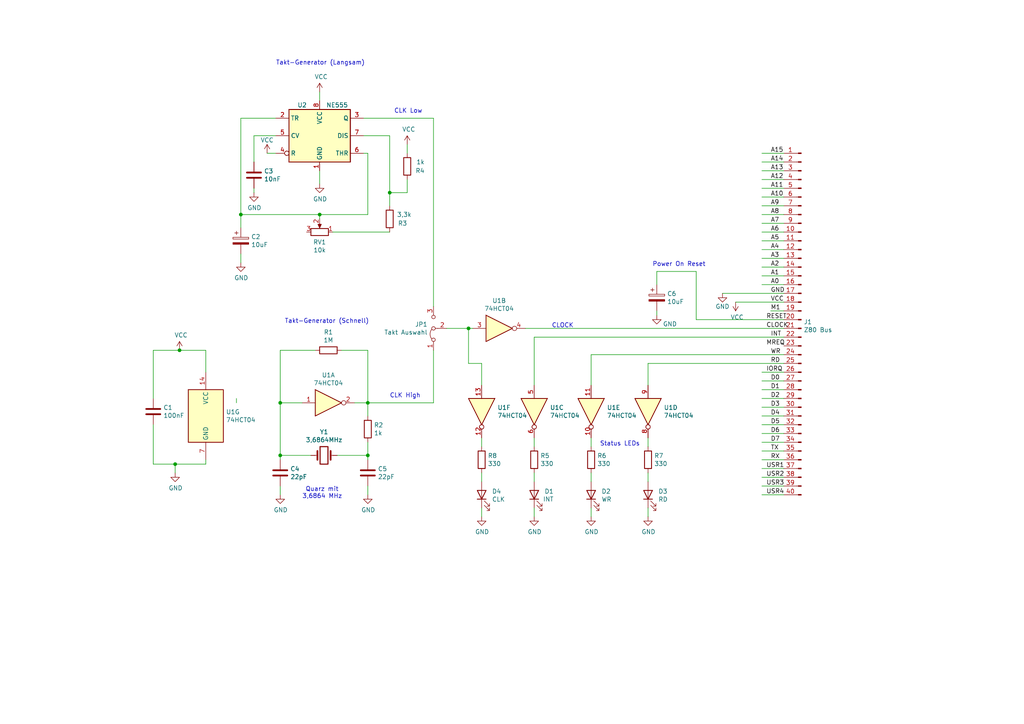
<source format=kicad_sch>
(kicad_sch
	(version 20231120)
	(generator "eeschema")
	(generator_version "8.0")
	(uuid "b46956f3-bed5-450f-9954-007d259a3f2b")
	(paper "A4")
	(title_block
		(title "aZ80 Clock")
		(date "2022-06-06")
		(rev "1.2")
		(company "attraktor e.V. - Frank Hellmann")
	)
	(lib_symbols
		(symbol "74xx:74HCT04"
			(exclude_from_sim no)
			(in_bom yes)
			(on_board yes)
			(property "Reference" "U"
				(at 0 1.27 0)
				(effects
					(font
						(size 1.27 1.27)
					)
				)
			)
			(property "Value" "74HCT04"
				(at 0 -1.27 0)
				(effects
					(font
						(size 1.27 1.27)
					)
				)
			)
			(property "Footprint" ""
				(at 0 0 0)
				(effects
					(font
						(size 1.27 1.27)
					)
					(hide yes)
				)
			)
			(property "Datasheet" "https://assets.nexperia.com/documents/data-sheet/74HC_HCT04.pdf"
				(at 0 0 0)
				(effects
					(font
						(size 1.27 1.27)
					)
					(hide yes)
				)
			)
			(property "Description" "Hex Inverter"
				(at 0 0 0)
				(effects
					(font
						(size 1.27 1.27)
					)
					(hide yes)
				)
			)
			(property "ki_locked" ""
				(at 0 0 0)
				(effects
					(font
						(size 1.27 1.27)
					)
				)
			)
			(property "ki_keywords" "HCTMOS not inv"
				(at 0 0 0)
				(effects
					(font
						(size 1.27 1.27)
					)
					(hide yes)
				)
			)
			(property "ki_fp_filters" "DIP*W7.62mm* SSOP?14* TSSOP?14*"
				(at 0 0 0)
				(effects
					(font
						(size 1.27 1.27)
					)
					(hide yes)
				)
			)
			(symbol "74HCT04_1_0"
				(polyline
					(pts
						(xy -3.81 3.81) (xy -3.81 -3.81) (xy 3.81 0) (xy -3.81 3.81)
					)
					(stroke
						(width 0.254)
						(type default)
					)
					(fill
						(type background)
					)
				)
				(pin input line
					(at -7.62 0 0)
					(length 3.81)
					(name "~"
						(effects
							(font
								(size 1.27 1.27)
							)
						)
					)
					(number "1"
						(effects
							(font
								(size 1.27 1.27)
							)
						)
					)
				)
				(pin output inverted
					(at 7.62 0 180)
					(length 3.81)
					(name "~"
						(effects
							(font
								(size 1.27 1.27)
							)
						)
					)
					(number "2"
						(effects
							(font
								(size 1.27 1.27)
							)
						)
					)
				)
			)
			(symbol "74HCT04_2_0"
				(polyline
					(pts
						(xy -3.81 3.81) (xy -3.81 -3.81) (xy 3.81 0) (xy -3.81 3.81)
					)
					(stroke
						(width 0.254)
						(type default)
					)
					(fill
						(type background)
					)
				)
				(pin input line
					(at -7.62 0 0)
					(length 3.81)
					(name "~"
						(effects
							(font
								(size 1.27 1.27)
							)
						)
					)
					(number "3"
						(effects
							(font
								(size 1.27 1.27)
							)
						)
					)
				)
				(pin output inverted
					(at 7.62 0 180)
					(length 3.81)
					(name "~"
						(effects
							(font
								(size 1.27 1.27)
							)
						)
					)
					(number "4"
						(effects
							(font
								(size 1.27 1.27)
							)
						)
					)
				)
			)
			(symbol "74HCT04_3_0"
				(polyline
					(pts
						(xy -3.81 3.81) (xy -3.81 -3.81) (xy 3.81 0) (xy -3.81 3.81)
					)
					(stroke
						(width 0.254)
						(type default)
					)
					(fill
						(type background)
					)
				)
				(pin input line
					(at -7.62 0 0)
					(length 3.81)
					(name "~"
						(effects
							(font
								(size 1.27 1.27)
							)
						)
					)
					(number "5"
						(effects
							(font
								(size 1.27 1.27)
							)
						)
					)
				)
				(pin output inverted
					(at 7.62 0 180)
					(length 3.81)
					(name "~"
						(effects
							(font
								(size 1.27 1.27)
							)
						)
					)
					(number "6"
						(effects
							(font
								(size 1.27 1.27)
							)
						)
					)
				)
			)
			(symbol "74HCT04_4_0"
				(polyline
					(pts
						(xy -3.81 3.81) (xy -3.81 -3.81) (xy 3.81 0) (xy -3.81 3.81)
					)
					(stroke
						(width 0.254)
						(type default)
					)
					(fill
						(type background)
					)
				)
				(pin output inverted
					(at 7.62 0 180)
					(length 3.81)
					(name "~"
						(effects
							(font
								(size 1.27 1.27)
							)
						)
					)
					(number "8"
						(effects
							(font
								(size 1.27 1.27)
							)
						)
					)
				)
				(pin input line
					(at -7.62 0 0)
					(length 3.81)
					(name "~"
						(effects
							(font
								(size 1.27 1.27)
							)
						)
					)
					(number "9"
						(effects
							(font
								(size 1.27 1.27)
							)
						)
					)
				)
			)
			(symbol "74HCT04_5_0"
				(polyline
					(pts
						(xy -3.81 3.81) (xy -3.81 -3.81) (xy 3.81 0) (xy -3.81 3.81)
					)
					(stroke
						(width 0.254)
						(type default)
					)
					(fill
						(type background)
					)
				)
				(pin output inverted
					(at 7.62 0 180)
					(length 3.81)
					(name "~"
						(effects
							(font
								(size 1.27 1.27)
							)
						)
					)
					(number "10"
						(effects
							(font
								(size 1.27 1.27)
							)
						)
					)
				)
				(pin input line
					(at -7.62 0 0)
					(length 3.81)
					(name "~"
						(effects
							(font
								(size 1.27 1.27)
							)
						)
					)
					(number "11"
						(effects
							(font
								(size 1.27 1.27)
							)
						)
					)
				)
			)
			(symbol "74HCT04_6_0"
				(polyline
					(pts
						(xy -3.81 3.81) (xy -3.81 -3.81) (xy 3.81 0) (xy -3.81 3.81)
					)
					(stroke
						(width 0.254)
						(type default)
					)
					(fill
						(type background)
					)
				)
				(pin output inverted
					(at 7.62 0 180)
					(length 3.81)
					(name "~"
						(effects
							(font
								(size 1.27 1.27)
							)
						)
					)
					(number "12"
						(effects
							(font
								(size 1.27 1.27)
							)
						)
					)
				)
				(pin input line
					(at -7.62 0 0)
					(length 3.81)
					(name "~"
						(effects
							(font
								(size 1.27 1.27)
							)
						)
					)
					(number "13"
						(effects
							(font
								(size 1.27 1.27)
							)
						)
					)
				)
			)
			(symbol "74HCT04_7_0"
				(pin power_in line
					(at 0 12.7 270)
					(length 5.08)
					(name "VCC"
						(effects
							(font
								(size 1.27 1.27)
							)
						)
					)
					(number "14"
						(effects
							(font
								(size 1.27 1.27)
							)
						)
					)
				)
				(pin power_in line
					(at 0 -12.7 90)
					(length 5.08)
					(name "GND"
						(effects
							(font
								(size 1.27 1.27)
							)
						)
					)
					(number "7"
						(effects
							(font
								(size 1.27 1.27)
							)
						)
					)
				)
			)
			(symbol "74HCT04_7_1"
				(rectangle
					(start -5.08 7.62)
					(end 5.08 -7.62)
					(stroke
						(width 0.254)
						(type default)
					)
					(fill
						(type background)
					)
				)
			)
		)
		(symbol "Device:C"
			(pin_numbers hide)
			(pin_names
				(offset 0.254)
			)
			(exclude_from_sim no)
			(in_bom yes)
			(on_board yes)
			(property "Reference" "C"
				(at 0.635 2.54 0)
				(effects
					(font
						(size 1.27 1.27)
					)
					(justify left)
				)
			)
			(property "Value" "C"
				(at 0.635 -2.54 0)
				(effects
					(font
						(size 1.27 1.27)
					)
					(justify left)
				)
			)
			(property "Footprint" ""
				(at 0.9652 -3.81 0)
				(effects
					(font
						(size 1.27 1.27)
					)
					(hide yes)
				)
			)
			(property "Datasheet" "~"
				(at 0 0 0)
				(effects
					(font
						(size 1.27 1.27)
					)
					(hide yes)
				)
			)
			(property "Description" "Unpolarized capacitor"
				(at 0 0 0)
				(effects
					(font
						(size 1.27 1.27)
					)
					(hide yes)
				)
			)
			(property "ki_keywords" "cap capacitor"
				(at 0 0 0)
				(effects
					(font
						(size 1.27 1.27)
					)
					(hide yes)
				)
			)
			(property "ki_fp_filters" "C_*"
				(at 0 0 0)
				(effects
					(font
						(size 1.27 1.27)
					)
					(hide yes)
				)
			)
			(symbol "C_0_1"
				(polyline
					(pts
						(xy -2.032 -0.762) (xy 2.032 -0.762)
					)
					(stroke
						(width 0.508)
						(type default)
					)
					(fill
						(type none)
					)
				)
				(polyline
					(pts
						(xy -2.032 0.762) (xy 2.032 0.762)
					)
					(stroke
						(width 0.508)
						(type default)
					)
					(fill
						(type none)
					)
				)
			)
			(symbol "C_1_1"
				(pin passive line
					(at 0 3.81 270)
					(length 2.794)
					(name "~"
						(effects
							(font
								(size 1.27 1.27)
							)
						)
					)
					(number "1"
						(effects
							(font
								(size 1.27 1.27)
							)
						)
					)
				)
				(pin passive line
					(at 0 -3.81 90)
					(length 2.794)
					(name "~"
						(effects
							(font
								(size 1.27 1.27)
							)
						)
					)
					(number "2"
						(effects
							(font
								(size 1.27 1.27)
							)
						)
					)
				)
			)
		)
		(symbol "Device:Crystal"
			(pin_numbers hide)
			(pin_names
				(offset 1.016) hide)
			(exclude_from_sim no)
			(in_bom yes)
			(on_board yes)
			(property "Reference" "Y"
				(at 0 3.81 0)
				(effects
					(font
						(size 1.27 1.27)
					)
				)
			)
			(property "Value" "Crystal"
				(at 0 -3.81 0)
				(effects
					(font
						(size 1.27 1.27)
					)
				)
			)
			(property "Footprint" ""
				(at 0 0 0)
				(effects
					(font
						(size 1.27 1.27)
					)
					(hide yes)
				)
			)
			(property "Datasheet" "~"
				(at 0 0 0)
				(effects
					(font
						(size 1.27 1.27)
					)
					(hide yes)
				)
			)
			(property "Description" "Two pin crystal"
				(at 0 0 0)
				(effects
					(font
						(size 1.27 1.27)
					)
					(hide yes)
				)
			)
			(property "ki_keywords" "quartz ceramic resonator oscillator"
				(at 0 0 0)
				(effects
					(font
						(size 1.27 1.27)
					)
					(hide yes)
				)
			)
			(property "ki_fp_filters" "Crystal*"
				(at 0 0 0)
				(effects
					(font
						(size 1.27 1.27)
					)
					(hide yes)
				)
			)
			(symbol "Crystal_0_1"
				(rectangle
					(start -1.143 2.54)
					(end 1.143 -2.54)
					(stroke
						(width 0.3048)
						(type default)
					)
					(fill
						(type none)
					)
				)
				(polyline
					(pts
						(xy -2.54 0) (xy -1.905 0)
					)
					(stroke
						(width 0)
						(type default)
					)
					(fill
						(type none)
					)
				)
				(polyline
					(pts
						(xy -1.905 -1.27) (xy -1.905 1.27)
					)
					(stroke
						(width 0.508)
						(type default)
					)
					(fill
						(type none)
					)
				)
				(polyline
					(pts
						(xy 1.905 -1.27) (xy 1.905 1.27)
					)
					(stroke
						(width 0.508)
						(type default)
					)
					(fill
						(type none)
					)
				)
				(polyline
					(pts
						(xy 2.54 0) (xy 1.905 0)
					)
					(stroke
						(width 0)
						(type default)
					)
					(fill
						(type none)
					)
				)
			)
			(symbol "Crystal_1_1"
				(pin passive line
					(at -3.81 0 0)
					(length 1.27)
					(name "1"
						(effects
							(font
								(size 1.27 1.27)
							)
						)
					)
					(number "1"
						(effects
							(font
								(size 1.27 1.27)
							)
						)
					)
				)
				(pin passive line
					(at 3.81 0 180)
					(length 1.27)
					(name "2"
						(effects
							(font
								(size 1.27 1.27)
							)
						)
					)
					(number "2"
						(effects
							(font
								(size 1.27 1.27)
							)
						)
					)
				)
			)
		)
		(symbol "Device:LED"
			(pin_numbers hide)
			(pin_names
				(offset 1.016) hide)
			(exclude_from_sim no)
			(in_bom yes)
			(on_board yes)
			(property "Reference" "D"
				(at 0 2.54 0)
				(effects
					(font
						(size 1.27 1.27)
					)
				)
			)
			(property "Value" "LED"
				(at 0 -2.54 0)
				(effects
					(font
						(size 1.27 1.27)
					)
				)
			)
			(property "Footprint" ""
				(at 0 0 0)
				(effects
					(font
						(size 1.27 1.27)
					)
					(hide yes)
				)
			)
			(property "Datasheet" "~"
				(at 0 0 0)
				(effects
					(font
						(size 1.27 1.27)
					)
					(hide yes)
				)
			)
			(property "Description" "Light emitting diode"
				(at 0 0 0)
				(effects
					(font
						(size 1.27 1.27)
					)
					(hide yes)
				)
			)
			(property "ki_keywords" "LED diode"
				(at 0 0 0)
				(effects
					(font
						(size 1.27 1.27)
					)
					(hide yes)
				)
			)
			(property "ki_fp_filters" "LED* LED_SMD:* LED_THT:*"
				(at 0 0 0)
				(effects
					(font
						(size 1.27 1.27)
					)
					(hide yes)
				)
			)
			(symbol "LED_0_1"
				(polyline
					(pts
						(xy -1.27 -1.27) (xy -1.27 1.27)
					)
					(stroke
						(width 0.254)
						(type default)
					)
					(fill
						(type none)
					)
				)
				(polyline
					(pts
						(xy -1.27 0) (xy 1.27 0)
					)
					(stroke
						(width 0)
						(type default)
					)
					(fill
						(type none)
					)
				)
				(polyline
					(pts
						(xy 1.27 -1.27) (xy 1.27 1.27) (xy -1.27 0) (xy 1.27 -1.27)
					)
					(stroke
						(width 0.254)
						(type default)
					)
					(fill
						(type none)
					)
				)
				(polyline
					(pts
						(xy -3.048 -0.762) (xy -4.572 -2.286) (xy -3.81 -2.286) (xy -4.572 -2.286) (xy -4.572 -1.524)
					)
					(stroke
						(width 0)
						(type default)
					)
					(fill
						(type none)
					)
				)
				(polyline
					(pts
						(xy -1.778 -0.762) (xy -3.302 -2.286) (xy -2.54 -2.286) (xy -3.302 -2.286) (xy -3.302 -1.524)
					)
					(stroke
						(width 0)
						(type default)
					)
					(fill
						(type none)
					)
				)
			)
			(symbol "LED_1_1"
				(pin passive line
					(at -3.81 0 0)
					(length 2.54)
					(name "K"
						(effects
							(font
								(size 1.27 1.27)
							)
						)
					)
					(number "1"
						(effects
							(font
								(size 1.27 1.27)
							)
						)
					)
				)
				(pin passive line
					(at 3.81 0 180)
					(length 2.54)
					(name "A"
						(effects
							(font
								(size 1.27 1.27)
							)
						)
					)
					(number "2"
						(effects
							(font
								(size 1.27 1.27)
							)
						)
					)
				)
			)
		)
		(symbol "Device:R"
			(pin_numbers hide)
			(pin_names
				(offset 0)
			)
			(exclude_from_sim no)
			(in_bom yes)
			(on_board yes)
			(property "Reference" "R"
				(at 2.032 0 90)
				(effects
					(font
						(size 1.27 1.27)
					)
				)
			)
			(property "Value" "R"
				(at 0 0 90)
				(effects
					(font
						(size 1.27 1.27)
					)
				)
			)
			(property "Footprint" ""
				(at -1.778 0 90)
				(effects
					(font
						(size 1.27 1.27)
					)
					(hide yes)
				)
			)
			(property "Datasheet" "~"
				(at 0 0 0)
				(effects
					(font
						(size 1.27 1.27)
					)
					(hide yes)
				)
			)
			(property "Description" "Resistor"
				(at 0 0 0)
				(effects
					(font
						(size 1.27 1.27)
					)
					(hide yes)
				)
			)
			(property "ki_keywords" "R res resistor"
				(at 0 0 0)
				(effects
					(font
						(size 1.27 1.27)
					)
					(hide yes)
				)
			)
			(property "ki_fp_filters" "R_*"
				(at 0 0 0)
				(effects
					(font
						(size 1.27 1.27)
					)
					(hide yes)
				)
			)
			(symbol "R_0_1"
				(rectangle
					(start -1.016 -2.54)
					(end 1.016 2.54)
					(stroke
						(width 0.254)
						(type default)
					)
					(fill
						(type none)
					)
				)
			)
			(symbol "R_1_1"
				(pin passive line
					(at 0 3.81 270)
					(length 1.27)
					(name "~"
						(effects
							(font
								(size 1.27 1.27)
							)
						)
					)
					(number "1"
						(effects
							(font
								(size 1.27 1.27)
							)
						)
					)
				)
				(pin passive line
					(at 0 -3.81 90)
					(length 1.27)
					(name "~"
						(effects
							(font
								(size 1.27 1.27)
							)
						)
					)
					(number "2"
						(effects
							(font
								(size 1.27 1.27)
							)
						)
					)
				)
			)
		)
		(symbol "aZ80_Clock-rescue:CP-Device"
			(pin_numbers hide)
			(pin_names
				(offset 0.254)
			)
			(exclude_from_sim no)
			(in_bom yes)
			(on_board yes)
			(property "Reference" "C"
				(at 0.635 2.54 0)
				(effects
					(font
						(size 1.27 1.27)
					)
					(justify left)
				)
			)
			(property "Value" "Device_CP"
				(at 0.635 -2.54 0)
				(effects
					(font
						(size 1.27 1.27)
					)
					(justify left)
				)
			)
			(property "Footprint" ""
				(at 0.9652 -3.81 0)
				(effects
					(font
						(size 1.27 1.27)
					)
					(hide yes)
				)
			)
			(property "Datasheet" ""
				(at 0 0 0)
				(effects
					(font
						(size 1.27 1.27)
					)
					(hide yes)
				)
			)
			(property "Description" ""
				(at 0 0 0)
				(effects
					(font
						(size 1.27 1.27)
					)
					(hide yes)
				)
			)
			(property "ki_fp_filters" "CP_*"
				(at 0 0 0)
				(effects
					(font
						(size 1.27 1.27)
					)
					(hide yes)
				)
			)
			(symbol "CP-Device_0_1"
				(rectangle
					(start -2.286 0.508)
					(end 2.286 1.016)
					(stroke
						(width 0)
						(type solid)
					)
					(fill
						(type none)
					)
				)
				(polyline
					(pts
						(xy -1.778 2.286) (xy -0.762 2.286)
					)
					(stroke
						(width 0)
						(type solid)
					)
					(fill
						(type none)
					)
				)
				(polyline
					(pts
						(xy -1.27 2.794) (xy -1.27 1.778)
					)
					(stroke
						(width 0)
						(type solid)
					)
					(fill
						(type none)
					)
				)
				(rectangle
					(start 2.286 -0.508)
					(end -2.286 -1.016)
					(stroke
						(width 0)
						(type solid)
					)
					(fill
						(type outline)
					)
				)
			)
			(symbol "CP-Device_1_1"
				(pin passive line
					(at 0 3.81 270)
					(length 2.794)
					(name "~"
						(effects
							(font
								(size 1.27 1.27)
							)
						)
					)
					(number "1"
						(effects
							(font
								(size 1.27 1.27)
							)
						)
					)
				)
				(pin passive line
					(at 0 -3.81 90)
					(length 2.794)
					(name "~"
						(effects
							(font
								(size 1.27 1.27)
							)
						)
					)
					(number "2"
						(effects
							(font
								(size 1.27 1.27)
							)
						)
					)
				)
			)
		)
		(symbol "aZ80_Clock-rescue:Conn_01x40_Male-Connector"
			(pin_names
				(offset 1.016) hide)
			(exclude_from_sim no)
			(in_bom yes)
			(on_board yes)
			(property "Reference" "J"
				(at 0 50.8 0)
				(effects
					(font
						(size 1.27 1.27)
					)
				)
			)
			(property "Value" "Connector_Conn_01x40_Male"
				(at 0 -53.34 0)
				(effects
					(font
						(size 1.27 1.27)
					)
				)
			)
			(property "Footprint" ""
				(at 0 0 0)
				(effects
					(font
						(size 1.27 1.27)
					)
					(hide yes)
				)
			)
			(property "Datasheet" ""
				(at 0 0 0)
				(effects
					(font
						(size 1.27 1.27)
					)
					(hide yes)
				)
			)
			(property "Description" ""
				(at 0 0 0)
				(effects
					(font
						(size 1.27 1.27)
					)
					(hide yes)
				)
			)
			(property "ki_fp_filters" "Connector*:*_1x??_*"
				(at 0 0 0)
				(effects
					(font
						(size 1.27 1.27)
					)
					(hide yes)
				)
			)
			(symbol "Conn_01x40_Male-Connector_1_1"
				(polyline
					(pts
						(xy 1.27 -50.8) (xy 0.8636 -50.8)
					)
					(stroke
						(width 0.1524)
						(type solid)
					)
					(fill
						(type none)
					)
				)
				(polyline
					(pts
						(xy 1.27 -48.26) (xy 0.8636 -48.26)
					)
					(stroke
						(width 0.1524)
						(type solid)
					)
					(fill
						(type none)
					)
				)
				(polyline
					(pts
						(xy 1.27 -45.72) (xy 0.8636 -45.72)
					)
					(stroke
						(width 0.1524)
						(type solid)
					)
					(fill
						(type none)
					)
				)
				(polyline
					(pts
						(xy 1.27 -43.18) (xy 0.8636 -43.18)
					)
					(stroke
						(width 0.1524)
						(type solid)
					)
					(fill
						(type none)
					)
				)
				(polyline
					(pts
						(xy 1.27 -40.64) (xy 0.8636 -40.64)
					)
					(stroke
						(width 0.1524)
						(type solid)
					)
					(fill
						(type none)
					)
				)
				(polyline
					(pts
						(xy 1.27 -38.1) (xy 0.8636 -38.1)
					)
					(stroke
						(width 0.1524)
						(type solid)
					)
					(fill
						(type none)
					)
				)
				(polyline
					(pts
						(xy 1.27 -35.56) (xy 0.8636 -35.56)
					)
					(stroke
						(width 0.1524)
						(type solid)
					)
					(fill
						(type none)
					)
				)
				(polyline
					(pts
						(xy 1.27 -33.02) (xy 0.8636 -33.02)
					)
					(stroke
						(width 0.1524)
						(type solid)
					)
					(fill
						(type none)
					)
				)
				(polyline
					(pts
						(xy 1.27 -30.48) (xy 0.8636 -30.48)
					)
					(stroke
						(width 0.1524)
						(type solid)
					)
					(fill
						(type none)
					)
				)
				(polyline
					(pts
						(xy 1.27 -27.94) (xy 0.8636 -27.94)
					)
					(stroke
						(width 0.1524)
						(type solid)
					)
					(fill
						(type none)
					)
				)
				(polyline
					(pts
						(xy 1.27 -25.4) (xy 0.8636 -25.4)
					)
					(stroke
						(width 0.1524)
						(type solid)
					)
					(fill
						(type none)
					)
				)
				(polyline
					(pts
						(xy 1.27 -22.86) (xy 0.8636 -22.86)
					)
					(stroke
						(width 0.1524)
						(type solid)
					)
					(fill
						(type none)
					)
				)
				(polyline
					(pts
						(xy 1.27 -20.32) (xy 0.8636 -20.32)
					)
					(stroke
						(width 0.1524)
						(type solid)
					)
					(fill
						(type none)
					)
				)
				(polyline
					(pts
						(xy 1.27 -17.78) (xy 0.8636 -17.78)
					)
					(stroke
						(width 0.1524)
						(type solid)
					)
					(fill
						(type none)
					)
				)
				(polyline
					(pts
						(xy 1.27 -15.24) (xy 0.8636 -15.24)
					)
					(stroke
						(width 0.1524)
						(type solid)
					)
					(fill
						(type none)
					)
				)
				(polyline
					(pts
						(xy 1.27 -12.7) (xy 0.8636 -12.7)
					)
					(stroke
						(width 0.1524)
						(type solid)
					)
					(fill
						(type none)
					)
				)
				(polyline
					(pts
						(xy 1.27 -10.16) (xy 0.8636 -10.16)
					)
					(stroke
						(width 0.1524)
						(type solid)
					)
					(fill
						(type none)
					)
				)
				(polyline
					(pts
						(xy 1.27 -7.62) (xy 0.8636 -7.62)
					)
					(stroke
						(width 0.1524)
						(type solid)
					)
					(fill
						(type none)
					)
				)
				(polyline
					(pts
						(xy 1.27 -5.08) (xy 0.8636 -5.08)
					)
					(stroke
						(width 0.1524)
						(type solid)
					)
					(fill
						(type none)
					)
				)
				(polyline
					(pts
						(xy 1.27 -2.54) (xy 0.8636 -2.54)
					)
					(stroke
						(width 0.1524)
						(type solid)
					)
					(fill
						(type none)
					)
				)
				(polyline
					(pts
						(xy 1.27 0) (xy 0.8636 0)
					)
					(stroke
						(width 0.1524)
						(type solid)
					)
					(fill
						(type none)
					)
				)
				(polyline
					(pts
						(xy 1.27 2.54) (xy 0.8636 2.54)
					)
					(stroke
						(width 0.1524)
						(type solid)
					)
					(fill
						(type none)
					)
				)
				(polyline
					(pts
						(xy 1.27 5.08) (xy 0.8636 5.08)
					)
					(stroke
						(width 0.1524)
						(type solid)
					)
					(fill
						(type none)
					)
				)
				(polyline
					(pts
						(xy 1.27 7.62) (xy 0.8636 7.62)
					)
					(stroke
						(width 0.1524)
						(type solid)
					)
					(fill
						(type none)
					)
				)
				(polyline
					(pts
						(xy 1.27 10.16) (xy 0.8636 10.16)
					)
					(stroke
						(width 0.1524)
						(type solid)
					)
					(fill
						(type none)
					)
				)
				(polyline
					(pts
						(xy 1.27 12.7) (xy 0.8636 12.7)
					)
					(stroke
						(width 0.1524)
						(type solid)
					)
					(fill
						(type none)
					)
				)
				(polyline
					(pts
						(xy 1.27 15.24) (xy 0.8636 15.24)
					)
					(stroke
						(width 0.1524)
						(type solid)
					)
					(fill
						(type none)
					)
				)
				(polyline
					(pts
						(xy 1.27 17.78) (xy 0.8636 17.78)
					)
					(stroke
						(width 0.1524)
						(type solid)
					)
					(fill
						(type none)
					)
				)
				(polyline
					(pts
						(xy 1.27 20.32) (xy 0.8636 20.32)
					)
					(stroke
						(width 0.1524)
						(type solid)
					)
					(fill
						(type none)
					)
				)
				(polyline
					(pts
						(xy 1.27 22.86) (xy 0.8636 22.86)
					)
					(stroke
						(width 0.1524)
						(type solid)
					)
					(fill
						(type none)
					)
				)
				(polyline
					(pts
						(xy 1.27 25.4) (xy 0.8636 25.4)
					)
					(stroke
						(width 0.1524)
						(type solid)
					)
					(fill
						(type none)
					)
				)
				(polyline
					(pts
						(xy 1.27 27.94) (xy 0.8636 27.94)
					)
					(stroke
						(width 0.1524)
						(type solid)
					)
					(fill
						(type none)
					)
				)
				(polyline
					(pts
						(xy 1.27 30.48) (xy 0.8636 30.48)
					)
					(stroke
						(width 0.1524)
						(type solid)
					)
					(fill
						(type none)
					)
				)
				(polyline
					(pts
						(xy 1.27 33.02) (xy 0.8636 33.02)
					)
					(stroke
						(width 0.1524)
						(type solid)
					)
					(fill
						(type none)
					)
				)
				(polyline
					(pts
						(xy 1.27 35.56) (xy 0.8636 35.56)
					)
					(stroke
						(width 0.1524)
						(type solid)
					)
					(fill
						(type none)
					)
				)
				(polyline
					(pts
						(xy 1.27 38.1) (xy 0.8636 38.1)
					)
					(stroke
						(width 0.1524)
						(type solid)
					)
					(fill
						(type none)
					)
				)
				(polyline
					(pts
						(xy 1.27 40.64) (xy 0.8636 40.64)
					)
					(stroke
						(width 0.1524)
						(type solid)
					)
					(fill
						(type none)
					)
				)
				(polyline
					(pts
						(xy 1.27 43.18) (xy 0.8636 43.18)
					)
					(stroke
						(width 0.1524)
						(type solid)
					)
					(fill
						(type none)
					)
				)
				(polyline
					(pts
						(xy 1.27 45.72) (xy 0.8636 45.72)
					)
					(stroke
						(width 0.1524)
						(type solid)
					)
					(fill
						(type none)
					)
				)
				(polyline
					(pts
						(xy 1.27 48.26) (xy 0.8636 48.26)
					)
					(stroke
						(width 0.1524)
						(type solid)
					)
					(fill
						(type none)
					)
				)
				(rectangle
					(start 0.8636 -50.673)
					(end 0 -50.927)
					(stroke
						(width 0.1524)
						(type solid)
					)
					(fill
						(type outline)
					)
				)
				(rectangle
					(start 0.8636 -48.133)
					(end 0 -48.387)
					(stroke
						(width 0.1524)
						(type solid)
					)
					(fill
						(type outline)
					)
				)
				(rectangle
					(start 0.8636 -45.593)
					(end 0 -45.847)
					(stroke
						(width 0.1524)
						(type solid)
					)
					(fill
						(type outline)
					)
				)
				(rectangle
					(start 0.8636 -43.053)
					(end 0 -43.307)
					(stroke
						(width 0.1524)
						(type solid)
					)
					(fill
						(type outline)
					)
				)
				(rectangle
					(start 0.8636 -40.513)
					(end 0 -40.767)
					(stroke
						(width 0.1524)
						(type solid)
					)
					(fill
						(type outline)
					)
				)
				(rectangle
					(start 0.8636 -37.973)
					(end 0 -38.227)
					(stroke
						(width 0.1524)
						(type solid)
					)
					(fill
						(type outline)
					)
				)
				(rectangle
					(start 0.8636 -35.433)
					(end 0 -35.687)
					(stroke
						(width 0.1524)
						(type solid)
					)
					(fill
						(type outline)
					)
				)
				(rectangle
					(start 0.8636 -32.893)
					(end 0 -33.147)
					(stroke
						(width 0.1524)
						(type solid)
					)
					(fill
						(type outline)
					)
				)
				(rectangle
					(start 0.8636 -30.353)
					(end 0 -30.607)
					(stroke
						(width 0.1524)
						(type solid)
					)
					(fill
						(type outline)
					)
				)
				(rectangle
					(start 0.8636 -27.813)
					(end 0 -28.067)
					(stroke
						(width 0.1524)
						(type solid)
					)
					(fill
						(type outline)
					)
				)
				(rectangle
					(start 0.8636 -25.273)
					(end 0 -25.527)
					(stroke
						(width 0.1524)
						(type solid)
					)
					(fill
						(type outline)
					)
				)
				(rectangle
					(start 0.8636 -22.733)
					(end 0 -22.987)
					(stroke
						(width 0.1524)
						(type solid)
					)
					(fill
						(type outline)
					)
				)
				(rectangle
					(start 0.8636 -20.193)
					(end 0 -20.447)
					(stroke
						(width 0.1524)
						(type solid)
					)
					(fill
						(type outline)
					)
				)
				(rectangle
					(start 0.8636 -17.653)
					(end 0 -17.907)
					(stroke
						(width 0.1524)
						(type solid)
					)
					(fill
						(type outline)
					)
				)
				(rectangle
					(start 0.8636 -15.113)
					(end 0 -15.367)
					(stroke
						(width 0.1524)
						(type solid)
					)
					(fill
						(type outline)
					)
				)
				(rectangle
					(start 0.8636 -12.573)
					(end 0 -12.827)
					(stroke
						(width 0.1524)
						(type solid)
					)
					(fill
						(type outline)
					)
				)
				(rectangle
					(start 0.8636 -10.033)
					(end 0 -10.287)
					(stroke
						(width 0.1524)
						(type solid)
					)
					(fill
						(type outline)
					)
				)
				(rectangle
					(start 0.8636 -7.493)
					(end 0 -7.747)
					(stroke
						(width 0.1524)
						(type solid)
					)
					(fill
						(type outline)
					)
				)
				(rectangle
					(start 0.8636 -4.953)
					(end 0 -5.207)
					(stroke
						(width 0.1524)
						(type solid)
					)
					(fill
						(type outline)
					)
				)
				(rectangle
					(start 0.8636 -2.413)
					(end 0 -2.667)
					(stroke
						(width 0.1524)
						(type solid)
					)
					(fill
						(type outline)
					)
				)
				(rectangle
					(start 0.8636 0.127)
					(end 0 -0.127)
					(stroke
						(width 0.1524)
						(type solid)
					)
					(fill
						(type outline)
					)
				)
				(rectangle
					(start 0.8636 2.667)
					(end 0 2.413)
					(stroke
						(width 0.1524)
						(type solid)
					)
					(fill
						(type outline)
					)
				)
				(rectangle
					(start 0.8636 5.207)
					(end 0 4.953)
					(stroke
						(width 0.1524)
						(type solid)
					)
					(fill
						(type outline)
					)
				)
				(rectangle
					(start 0.8636 7.747)
					(end 0 7.493)
					(stroke
						(width 0.1524)
						(type solid)
					)
					(fill
						(type outline)
					)
				)
				(rectangle
					(start 0.8636 10.287)
					(end 0 10.033)
					(stroke
						(width 0.1524)
						(type solid)
					)
					(fill
						(type outline)
					)
				)
				(rectangle
					(start 0.8636 12.827)
					(end 0 12.573)
					(stroke
						(width 0.1524)
						(type solid)
					)
					(fill
						(type outline)
					)
				)
				(rectangle
					(start 0.8636 15.367)
					(end 0 15.113)
					(stroke
						(width 0.1524)
						(type solid)
					)
					(fill
						(type outline)
					)
				)
				(rectangle
					(start 0.8636 17.907)
					(end 0 17.653)
					(stroke
						(width 0.1524)
						(type solid)
					)
					(fill
						(type outline)
					)
				)
				(rectangle
					(start 0.8636 20.447)
					(end 0 20.193)
					(stroke
						(width 0.1524)
						(type solid)
					)
					(fill
						(type outline)
					)
				)
				(rectangle
					(start 0.8636 22.987)
					(end 0 22.733)
					(stroke
						(width 0.1524)
						(type solid)
					)
					(fill
						(type outline)
					)
				)
				(rectangle
					(start 0.8636 25.527)
					(end 0 25.273)
					(stroke
						(width 0.1524)
						(type solid)
					)
					(fill
						(type outline)
					)
				)
				(rectangle
					(start 0.8636 28.067)
					(end 0 27.813)
					(stroke
						(width 0.1524)
						(type solid)
					)
					(fill
						(type outline)
					)
				)
				(rectangle
					(start 0.8636 30.607)
					(end 0 30.353)
					(stroke
						(width 0.1524)
						(type solid)
					)
					(fill
						(type outline)
					)
				)
				(rectangle
					(start 0.8636 33.147)
					(end 0 32.893)
					(stroke
						(width 0.1524)
						(type solid)
					)
					(fill
						(type outline)
					)
				)
				(rectangle
					(start 0.8636 35.687)
					(end 0 35.433)
					(stroke
						(width 0.1524)
						(type solid)
					)
					(fill
						(type outline)
					)
				)
				(rectangle
					(start 0.8636 38.227)
					(end 0 37.973)
					(stroke
						(width 0.1524)
						(type solid)
					)
					(fill
						(type outline)
					)
				)
				(rectangle
					(start 0.8636 40.767)
					(end 0 40.513)
					(stroke
						(width 0.1524)
						(type solid)
					)
					(fill
						(type outline)
					)
				)
				(rectangle
					(start 0.8636 43.307)
					(end 0 43.053)
					(stroke
						(width 0.1524)
						(type solid)
					)
					(fill
						(type outline)
					)
				)
				(rectangle
					(start 0.8636 45.847)
					(end 0 45.593)
					(stroke
						(width 0.1524)
						(type solid)
					)
					(fill
						(type outline)
					)
				)
				(rectangle
					(start 0.8636 48.387)
					(end 0 48.133)
					(stroke
						(width 0.1524)
						(type solid)
					)
					(fill
						(type outline)
					)
				)
				(pin passive line
					(at 5.08 48.26 180)
					(length 3.81)
					(name "Pin_1"
						(effects
							(font
								(size 1.27 1.27)
							)
						)
					)
					(number "1"
						(effects
							(font
								(size 1.27 1.27)
							)
						)
					)
				)
				(pin passive line
					(at 5.08 25.4 180)
					(length 3.81)
					(name "Pin_10"
						(effects
							(font
								(size 1.27 1.27)
							)
						)
					)
					(number "10"
						(effects
							(font
								(size 1.27 1.27)
							)
						)
					)
				)
				(pin passive line
					(at 5.08 22.86 180)
					(length 3.81)
					(name "Pin_11"
						(effects
							(font
								(size 1.27 1.27)
							)
						)
					)
					(number "11"
						(effects
							(font
								(size 1.27 1.27)
							)
						)
					)
				)
				(pin passive line
					(at 5.08 20.32 180)
					(length 3.81)
					(name "Pin_12"
						(effects
							(font
								(size 1.27 1.27)
							)
						)
					)
					(number "12"
						(effects
							(font
								(size 1.27 1.27)
							)
						)
					)
				)
				(pin passive line
					(at 5.08 17.78 180)
					(length 3.81)
					(name "Pin_13"
						(effects
							(font
								(size 1.27 1.27)
							)
						)
					)
					(number "13"
						(effects
							(font
								(size 1.27 1.27)
							)
						)
					)
				)
				(pin passive line
					(at 5.08 15.24 180)
					(length 3.81)
					(name "Pin_14"
						(effects
							(font
								(size 1.27 1.27)
							)
						)
					)
					(number "14"
						(effects
							(font
								(size 1.27 1.27)
							)
						)
					)
				)
				(pin passive line
					(at 5.08 12.7 180)
					(length 3.81)
					(name "Pin_15"
						(effects
							(font
								(size 1.27 1.27)
							)
						)
					)
					(number "15"
						(effects
							(font
								(size 1.27 1.27)
							)
						)
					)
				)
				(pin passive line
					(at 5.08 10.16 180)
					(length 3.81)
					(name "Pin_16"
						(effects
							(font
								(size 1.27 1.27)
							)
						)
					)
					(number "16"
						(effects
							(font
								(size 1.27 1.27)
							)
						)
					)
				)
				(pin passive line
					(at 5.08 7.62 180)
					(length 3.81)
					(name "Pin_17"
						(effects
							(font
								(size 1.27 1.27)
							)
						)
					)
					(number "17"
						(effects
							(font
								(size 1.27 1.27)
							)
						)
					)
				)
				(pin passive line
					(at 5.08 5.08 180)
					(length 3.81)
					(name "Pin_18"
						(effects
							(font
								(size 1.27 1.27)
							)
						)
					)
					(number "18"
						(effects
							(font
								(size 1.27 1.27)
							)
						)
					)
				)
				(pin passive line
					(at 5.08 2.54 180)
					(length 3.81)
					(name "Pin_19"
						(effects
							(font
								(size 1.27 1.27)
							)
						)
					)
					(number "19"
						(effects
							(font
								(size 1.27 1.27)
							)
						)
					)
				)
				(pin passive line
					(at 5.08 45.72 180)
					(length 3.81)
					(name "Pin_2"
						(effects
							(font
								(size 1.27 1.27)
							)
						)
					)
					(number "2"
						(effects
							(font
								(size 1.27 1.27)
							)
						)
					)
				)
				(pin passive line
					(at 5.08 0 180)
					(length 3.81)
					(name "Pin_20"
						(effects
							(font
								(size 1.27 1.27)
							)
						)
					)
					(number "20"
						(effects
							(font
								(size 1.27 1.27)
							)
						)
					)
				)
				(pin passive line
					(at 5.08 -2.54 180)
					(length 3.81)
					(name "Pin_21"
						(effects
							(font
								(size 1.27 1.27)
							)
						)
					)
					(number "21"
						(effects
							(font
								(size 1.27 1.27)
							)
						)
					)
				)
				(pin passive line
					(at 5.08 -5.08 180)
					(length 3.81)
					(name "Pin_22"
						(effects
							(font
								(size 1.27 1.27)
							)
						)
					)
					(number "22"
						(effects
							(font
								(size 1.27 1.27)
							)
						)
					)
				)
				(pin passive line
					(at 5.08 -7.62 180)
					(length 3.81)
					(name "Pin_23"
						(effects
							(font
								(size 1.27 1.27)
							)
						)
					)
					(number "23"
						(effects
							(font
								(size 1.27 1.27)
							)
						)
					)
				)
				(pin passive line
					(at 5.08 -10.16 180)
					(length 3.81)
					(name "Pin_24"
						(effects
							(font
								(size 1.27 1.27)
							)
						)
					)
					(number "24"
						(effects
							(font
								(size 1.27 1.27)
							)
						)
					)
				)
				(pin passive line
					(at 5.08 -12.7 180)
					(length 3.81)
					(name "Pin_25"
						(effects
							(font
								(size 1.27 1.27)
							)
						)
					)
					(number "25"
						(effects
							(font
								(size 1.27 1.27)
							)
						)
					)
				)
				(pin passive line
					(at 5.08 -15.24 180)
					(length 3.81)
					(name "Pin_26"
						(effects
							(font
								(size 1.27 1.27)
							)
						)
					)
					(number "26"
						(effects
							(font
								(size 1.27 1.27)
							)
						)
					)
				)
				(pin passive line
					(at 5.08 -17.78 180)
					(length 3.81)
					(name "Pin_27"
						(effects
							(font
								(size 1.27 1.27)
							)
						)
					)
					(number "27"
						(effects
							(font
								(size 1.27 1.27)
							)
						)
					)
				)
				(pin passive line
					(at 5.08 -20.32 180)
					(length 3.81)
					(name "Pin_28"
						(effects
							(font
								(size 1.27 1.27)
							)
						)
					)
					(number "28"
						(effects
							(font
								(size 1.27 1.27)
							)
						)
					)
				)
				(pin passive line
					(at 5.08 -22.86 180)
					(length 3.81)
					(name "Pin_29"
						(effects
							(font
								(size 1.27 1.27)
							)
						)
					)
					(number "29"
						(effects
							(font
								(size 1.27 1.27)
							)
						)
					)
				)
				(pin passive line
					(at 5.08 43.18 180)
					(length 3.81)
					(name "Pin_3"
						(effects
							(font
								(size 1.27 1.27)
							)
						)
					)
					(number "3"
						(effects
							(font
								(size 1.27 1.27)
							)
						)
					)
				)
				(pin passive line
					(at 5.08 -25.4 180)
					(length 3.81)
					(name "Pin_30"
						(effects
							(font
								(size 1.27 1.27)
							)
						)
					)
					(number "30"
						(effects
							(font
								(size 1.27 1.27)
							)
						)
					)
				)
				(pin passive line
					(at 5.08 -27.94 180)
					(length 3.81)
					(name "Pin_31"
						(effects
							(font
								(size 1.27 1.27)
							)
						)
					)
					(number "31"
						(effects
							(font
								(size 1.27 1.27)
							)
						)
					)
				)
				(pin passive line
					(at 5.08 -30.48 180)
					(length 3.81)
					(name "Pin_32"
						(effects
							(font
								(size 1.27 1.27)
							)
						)
					)
					(number "32"
						(effects
							(font
								(size 1.27 1.27)
							)
						)
					)
				)
				(pin passive line
					(at 5.08 -33.02 180)
					(length 3.81)
					(name "Pin_33"
						(effects
							(font
								(size 1.27 1.27)
							)
						)
					)
					(number "33"
						(effects
							(font
								(size 1.27 1.27)
							)
						)
					)
				)
				(pin passive line
					(at 5.08 -35.56 180)
					(length 3.81)
					(name "Pin_34"
						(effects
							(font
								(size 1.27 1.27)
							)
						)
					)
					(number "34"
						(effects
							(font
								(size 1.27 1.27)
							)
						)
					)
				)
				(pin passive line
					(at 5.08 -38.1 180)
					(length 3.81)
					(name "Pin_35"
						(effects
							(font
								(size 1.27 1.27)
							)
						)
					)
					(number "35"
						(effects
							(font
								(size 1.27 1.27)
							)
						)
					)
				)
				(pin passive line
					(at 5.08 -40.64 180)
					(length 3.81)
					(name "Pin_36"
						(effects
							(font
								(size 1.27 1.27)
							)
						)
					)
					(number "36"
						(effects
							(font
								(size 1.27 1.27)
							)
						)
					)
				)
				(pin passive line
					(at 5.08 -43.18 180)
					(length 3.81)
					(name "Pin_37"
						(effects
							(font
								(size 1.27 1.27)
							)
						)
					)
					(number "37"
						(effects
							(font
								(size 1.27 1.27)
							)
						)
					)
				)
				(pin passive line
					(at 5.08 -45.72 180)
					(length 3.81)
					(name "Pin_38"
						(effects
							(font
								(size 1.27 1.27)
							)
						)
					)
					(number "38"
						(effects
							(font
								(size 1.27 1.27)
							)
						)
					)
				)
				(pin passive line
					(at 5.08 -48.26 180)
					(length 3.81)
					(name "Pin_39"
						(effects
							(font
								(size 1.27 1.27)
							)
						)
					)
					(number "39"
						(effects
							(font
								(size 1.27 1.27)
							)
						)
					)
				)
				(pin passive line
					(at 5.08 40.64 180)
					(length 3.81)
					(name "Pin_4"
						(effects
							(font
								(size 1.27 1.27)
							)
						)
					)
					(number "4"
						(effects
							(font
								(size 1.27 1.27)
							)
						)
					)
				)
				(pin passive line
					(at 5.08 -50.8 180)
					(length 3.81)
					(name "Pin_40"
						(effects
							(font
								(size 1.27 1.27)
							)
						)
					)
					(number "40"
						(effects
							(font
								(size 1.27 1.27)
							)
						)
					)
				)
				(pin passive line
					(at 5.08 38.1 180)
					(length 3.81)
					(name "Pin_5"
						(effects
							(font
								(size 1.27 1.27)
							)
						)
					)
					(number "5"
						(effects
							(font
								(size 1.27 1.27)
							)
						)
					)
				)
				(pin passive line
					(at 5.08 35.56 180)
					(length 3.81)
					(name "Pin_6"
						(effects
							(font
								(size 1.27 1.27)
							)
						)
					)
					(number "6"
						(effects
							(font
								(size 1.27 1.27)
							)
						)
					)
				)
				(pin passive line
					(at 5.08 33.02 180)
					(length 3.81)
					(name "Pin_7"
						(effects
							(font
								(size 1.27 1.27)
							)
						)
					)
					(number "7"
						(effects
							(font
								(size 1.27 1.27)
							)
						)
					)
				)
				(pin passive line
					(at 5.08 30.48 180)
					(length 3.81)
					(name "Pin_8"
						(effects
							(font
								(size 1.27 1.27)
							)
						)
					)
					(number "8"
						(effects
							(font
								(size 1.27 1.27)
							)
						)
					)
				)
				(pin passive line
					(at 5.08 27.94 180)
					(length 3.81)
					(name "Pin_9"
						(effects
							(font
								(size 1.27 1.27)
							)
						)
					)
					(number "9"
						(effects
							(font
								(size 1.27 1.27)
							)
						)
					)
				)
			)
		)
		(symbol "aZ80_Clock-rescue:Jumper_3_Bridged12-Jumper"
			(pin_names
				(offset 0) hide)
			(exclude_from_sim no)
			(in_bom yes)
			(on_board yes)
			(property "Reference" "JP"
				(at -2.54 -2.54 0)
				(effects
					(font
						(size 1.27 1.27)
					)
				)
			)
			(property "Value" "Jumper_Jumper_3_Bridged12"
				(at 0 2.794 0)
				(effects
					(font
						(size 1.27 1.27)
					)
				)
			)
			(property "Footprint" ""
				(at 0 0 0)
				(effects
					(font
						(size 1.27 1.27)
					)
					(hide yes)
				)
			)
			(property "Datasheet" ""
				(at 0 0 0)
				(effects
					(font
						(size 1.27 1.27)
					)
					(hide yes)
				)
			)
			(property "Description" ""
				(at 0 0 0)
				(effects
					(font
						(size 1.27 1.27)
					)
					(hide yes)
				)
			)
			(property "ki_fp_filters" "SolderJumper*Bridged12*"
				(at 0 0 0)
				(effects
					(font
						(size 1.27 1.27)
					)
					(hide yes)
				)
			)
			(symbol "Jumper_3_Bridged12-Jumper_0_0"
				(circle
					(center -3.302 0)
					(radius 0.508)
					(stroke
						(width 0)
						(type solid)
					)
					(fill
						(type none)
					)
				)
				(circle
					(center 0 0)
					(radius 0.508)
					(stroke
						(width 0)
						(type solid)
					)
					(fill
						(type none)
					)
				)
				(circle
					(center 3.302 0)
					(radius 0.508)
					(stroke
						(width 0)
						(type solid)
					)
					(fill
						(type none)
					)
				)
			)
			(symbol "Jumper_3_Bridged12-Jumper_0_1"
				(arc
					(start -0.254 0.508)
					(mid -1.651 0.9912)
					(end -3.048 0.508)
					(stroke
						(width 0)
						(type solid)
					)
					(fill
						(type none)
					)
				)
				(polyline
					(pts
						(xy 0 -1.27) (xy 0 -0.508)
					)
					(stroke
						(width 0)
						(type solid)
					)
					(fill
						(type none)
					)
				)
			)
			(symbol "Jumper_3_Bridged12-Jumper_1_1"
				(pin passive line
					(at -6.35 0 0)
					(length 2.54)
					(name "A"
						(effects
							(font
								(size 1.27 1.27)
							)
						)
					)
					(number "1"
						(effects
							(font
								(size 1.27 1.27)
							)
						)
					)
				)
				(pin input line
					(at 0 -3.81 90)
					(length 2.54)
					(name "C"
						(effects
							(font
								(size 1.27 1.27)
							)
						)
					)
					(number "2"
						(effects
							(font
								(size 1.27 1.27)
							)
						)
					)
				)
				(pin passive line
					(at 6.35 0 180)
					(length 2.54)
					(name "B"
						(effects
							(font
								(size 1.27 1.27)
							)
						)
					)
					(number "3"
						(effects
							(font
								(size 1.27 1.27)
							)
						)
					)
				)
			)
		)
		(symbol "aZ80_Clock-rescue:NE555-Timer"
			(exclude_from_sim no)
			(in_bom yes)
			(on_board yes)
			(property "Reference" "U"
				(at -10.16 8.89 0)
				(effects
					(font
						(size 1.27 1.27)
					)
					(justify left)
				)
			)
			(property "Value" "Timer_NE555"
				(at 2.54 8.89 0)
				(effects
					(font
						(size 1.27 1.27)
					)
					(justify left)
				)
			)
			(property "Footprint" ""
				(at 0 0 0)
				(effects
					(font
						(size 1.27 1.27)
					)
					(hide yes)
				)
			)
			(property "Datasheet" ""
				(at 0 0 0)
				(effects
					(font
						(size 1.27 1.27)
					)
					(hide yes)
				)
			)
			(property "Description" ""
				(at 0 0 0)
				(effects
					(font
						(size 1.27 1.27)
					)
					(hide yes)
				)
			)
			(property "ki_fp_filters" "SOIC*3.9x4.9mm*P1.27mm* DIP*W7.62mm* TSSOP*3x3mm*P0.65mm*"
				(at 0 0 0)
				(effects
					(font
						(size 1.27 1.27)
					)
					(hide yes)
				)
			)
			(symbol "NE555-Timer_0_0"
				(pin power_in line
					(at 0 -10.16 90)
					(length 2.54)
					(name "GND"
						(effects
							(font
								(size 1.27 1.27)
							)
						)
					)
					(number "1"
						(effects
							(font
								(size 1.27 1.27)
							)
						)
					)
				)
				(pin power_in line
					(at 0 10.16 270)
					(length 2.54)
					(name "VCC"
						(effects
							(font
								(size 1.27 1.27)
							)
						)
					)
					(number "8"
						(effects
							(font
								(size 1.27 1.27)
							)
						)
					)
				)
			)
			(symbol "NE555-Timer_0_1"
				(rectangle
					(start -8.89 -7.62)
					(end 8.89 7.62)
					(stroke
						(width 0.254)
						(type solid)
					)
					(fill
						(type background)
					)
				)
				(rectangle
					(start -8.89 -7.62)
					(end 8.89 7.62)
					(stroke
						(width 0.254)
						(type solid)
					)
					(fill
						(type background)
					)
				)
			)
			(symbol "NE555-Timer_1_1"
				(pin input line
					(at -12.7 5.08 0)
					(length 3.81)
					(name "TR"
						(effects
							(font
								(size 1.27 1.27)
							)
						)
					)
					(number "2"
						(effects
							(font
								(size 1.27 1.27)
							)
						)
					)
				)
				(pin output line
					(at 12.7 5.08 180)
					(length 3.81)
					(name "Q"
						(effects
							(font
								(size 1.27 1.27)
							)
						)
					)
					(number "3"
						(effects
							(font
								(size 1.27 1.27)
							)
						)
					)
				)
				(pin input inverted
					(at -12.7 -5.08 0)
					(length 3.81)
					(name "R"
						(effects
							(font
								(size 1.27 1.27)
							)
						)
					)
					(number "4"
						(effects
							(font
								(size 1.27 1.27)
							)
						)
					)
				)
				(pin input line
					(at -12.7 0 0)
					(length 3.81)
					(name "CV"
						(effects
							(font
								(size 1.27 1.27)
							)
						)
					)
					(number "5"
						(effects
							(font
								(size 1.27 1.27)
							)
						)
					)
				)
				(pin input line
					(at 12.7 -5.08 180)
					(length 3.81)
					(name "THR"
						(effects
							(font
								(size 1.27 1.27)
							)
						)
					)
					(number "6"
						(effects
							(font
								(size 1.27 1.27)
							)
						)
					)
				)
				(pin input line
					(at 12.7 0 180)
					(length 3.81)
					(name "DIS"
						(effects
							(font
								(size 1.27 1.27)
							)
						)
					)
					(number "7"
						(effects
							(font
								(size 1.27 1.27)
							)
						)
					)
				)
			)
		)
		(symbol "aZ80_Clock-rescue:R_POT-Device"
			(pin_names
				(offset 1.016) hide)
			(exclude_from_sim no)
			(in_bom yes)
			(on_board yes)
			(property "Reference" "RV"
				(at -4.445 0 90)
				(effects
					(font
						(size 1.27 1.27)
					)
				)
			)
			(property "Value" "Device_R_POT"
				(at -2.54 0 90)
				(effects
					(font
						(size 1.27 1.27)
					)
				)
			)
			(property "Footprint" ""
				(at 0 0 0)
				(effects
					(font
						(size 1.27 1.27)
					)
					(hide yes)
				)
			)
			(property "Datasheet" ""
				(at 0 0 0)
				(effects
					(font
						(size 1.27 1.27)
					)
					(hide yes)
				)
			)
			(property "Description" ""
				(at 0 0 0)
				(effects
					(font
						(size 1.27 1.27)
					)
					(hide yes)
				)
			)
			(property "ki_fp_filters" "Potentiometer*"
				(at 0 0 0)
				(effects
					(font
						(size 1.27 1.27)
					)
					(hide yes)
				)
			)
			(symbol "R_POT-Device_0_1"
				(polyline
					(pts
						(xy 2.54 0) (xy 1.524 0)
					)
					(stroke
						(width 0)
						(type solid)
					)
					(fill
						(type none)
					)
				)
				(polyline
					(pts
						(xy 1.143 0) (xy 2.286 0.508) (xy 2.286 -0.508) (xy 1.143 0)
					)
					(stroke
						(width 0)
						(type solid)
					)
					(fill
						(type outline)
					)
				)
				(rectangle
					(start 1.016 2.54)
					(end -1.016 -2.54)
					(stroke
						(width 0.254)
						(type solid)
					)
					(fill
						(type none)
					)
				)
			)
			(symbol "R_POT-Device_1_1"
				(pin passive line
					(at 0 3.81 270)
					(length 1.27)
					(name "1"
						(effects
							(font
								(size 1.27 1.27)
							)
						)
					)
					(number "1"
						(effects
							(font
								(size 1.27 1.27)
							)
						)
					)
				)
				(pin passive line
					(at 3.81 0 180)
					(length 1.27)
					(name "2"
						(effects
							(font
								(size 1.27 1.27)
							)
						)
					)
					(number "2"
						(effects
							(font
								(size 1.27 1.27)
							)
						)
					)
				)
				(pin passive line
					(at 0 -3.81 90)
					(length 1.27)
					(name "3"
						(effects
							(font
								(size 1.27 1.27)
							)
						)
					)
					(number "3"
						(effects
							(font
								(size 1.27 1.27)
							)
						)
					)
				)
			)
		)
		(symbol "power:GND"
			(power)
			(pin_names
				(offset 0)
			)
			(exclude_from_sim no)
			(in_bom yes)
			(on_board yes)
			(property "Reference" "#PWR"
				(at 0 -6.35 0)
				(effects
					(font
						(size 1.27 1.27)
					)
					(hide yes)
				)
			)
			(property "Value" "GND"
				(at 0 -3.81 0)
				(effects
					(font
						(size 1.27 1.27)
					)
				)
			)
			(property "Footprint" ""
				(at 0 0 0)
				(effects
					(font
						(size 1.27 1.27)
					)
					(hide yes)
				)
			)
			(property "Datasheet" ""
				(at 0 0 0)
				(effects
					(font
						(size 1.27 1.27)
					)
					(hide yes)
				)
			)
			(property "Description" "Power symbol creates a global label with name \"GND\" , ground"
				(at 0 0 0)
				(effects
					(font
						(size 1.27 1.27)
					)
					(hide yes)
				)
			)
			(property "ki_keywords" "global power"
				(at 0 0 0)
				(effects
					(font
						(size 1.27 1.27)
					)
					(hide yes)
				)
			)
			(symbol "GND_0_1"
				(polyline
					(pts
						(xy 0 0) (xy 0 -1.27) (xy 1.27 -1.27) (xy 0 -2.54) (xy -1.27 -1.27) (xy 0 -1.27)
					)
					(stroke
						(width 0)
						(type default)
					)
					(fill
						(type none)
					)
				)
			)
			(symbol "GND_1_1"
				(pin power_in line
					(at 0 0 270)
					(length 0) hide
					(name "GND"
						(effects
							(font
								(size 1.27 1.27)
							)
						)
					)
					(number "1"
						(effects
							(font
								(size 1.27 1.27)
							)
						)
					)
				)
			)
		)
		(symbol "power:VCC"
			(power)
			(pin_names
				(offset 0)
			)
			(exclude_from_sim no)
			(in_bom yes)
			(on_board yes)
			(property "Reference" "#PWR"
				(at 0 -3.81 0)
				(effects
					(font
						(size 1.27 1.27)
					)
					(hide yes)
				)
			)
			(property "Value" "VCC"
				(at 0 3.81 0)
				(effects
					(font
						(size 1.27 1.27)
					)
				)
			)
			(property "Footprint" ""
				(at 0 0 0)
				(effects
					(font
						(size 1.27 1.27)
					)
					(hide yes)
				)
			)
			(property "Datasheet" ""
				(at 0 0 0)
				(effects
					(font
						(size 1.27 1.27)
					)
					(hide yes)
				)
			)
			(property "Description" "Power symbol creates a global label with name \"VCC\""
				(at 0 0 0)
				(effects
					(font
						(size 1.27 1.27)
					)
					(hide yes)
				)
			)
			(property "ki_keywords" "global power"
				(at 0 0 0)
				(effects
					(font
						(size 1.27 1.27)
					)
					(hide yes)
				)
			)
			(symbol "VCC_0_1"
				(polyline
					(pts
						(xy -0.762 1.27) (xy 0 2.54)
					)
					(stroke
						(width 0)
						(type default)
					)
					(fill
						(type none)
					)
				)
				(polyline
					(pts
						(xy 0 0) (xy 0 2.54)
					)
					(stroke
						(width 0)
						(type default)
					)
					(fill
						(type none)
					)
				)
				(polyline
					(pts
						(xy 0 2.54) (xy 0.762 1.27)
					)
					(stroke
						(width 0)
						(type default)
					)
					(fill
						(type none)
					)
				)
			)
			(symbol "VCC_1_1"
				(pin power_in line
					(at 0 0 90)
					(length 0) hide
					(name "VCC"
						(effects
							(font
								(size 1.27 1.27)
							)
						)
					)
					(number "1"
						(effects
							(font
								(size 1.27 1.27)
							)
						)
					)
				)
			)
		)
	)
	(junction
		(at 69.85 62.23)
		(diameter 0)
		(color 0 0 0 0)
		(uuid "0ca0ffd5-9d3a-474b-a8ff-f0fab5af6d20")
	)
	(junction
		(at 106.68 132.08)
		(diameter 0)
		(color 0 0 0 0)
		(uuid "189537dc-e4fa-4072-9a1a-dc53609b3994")
	)
	(junction
		(at 92.71 62.23)
		(diameter 0)
		(color 0 0 0 0)
		(uuid "4e685b47-547d-4fa2-9307-d0c966bad773")
	)
	(junction
		(at 81.28 116.84)
		(diameter 0)
		(color 0 0 0 0)
		(uuid "64ca6874-60e1-4367-b8e4-d749e19db023")
	)
	(junction
		(at 106.68 116.84)
		(diameter 0)
		(color 0 0 0 0)
		(uuid "6da2baf2-4a8d-4d25-8041-857d5c534f53")
	)
	(junction
		(at 52.07 101.6)
		(diameter 0)
		(color 0 0 0 0)
		(uuid "81d0a493-0f46-4438-a254-2252a8fb2471")
	)
	(junction
		(at 113.03 55.88)
		(diameter 0)
		(color 0 0 0 0)
		(uuid "968e039c-664b-4efe-b3b7-5b0761e96793")
	)
	(junction
		(at 135.89 95.25)
		(diameter 0)
		(color 0 0 0 0)
		(uuid "c00855f6-786a-4abc-88a6-0ff8edc2b0b2")
	)
	(junction
		(at 81.28 132.08)
		(diameter 0)
		(color 0 0 0 0)
		(uuid "dff5d361-3795-45b8-bfd6-5b99e6accf2d")
	)
	(junction
		(at 50.8 134.62)
		(diameter 0)
		(color 0 0 0 0)
		(uuid "e9add73d-1218-486d-a718-42054448571a")
	)
	(wire
		(pts
			(xy 59.69 101.6) (xy 59.69 107.95)
		)
		(stroke
			(width 0)
			(type default)
		)
		(uuid "00f4de3e-1b5a-4ae7-84df-7b0f1f41f9fc")
	)
	(wire
		(pts
			(xy 152.4 95.25) (xy 227.33 95.25)
		)
		(stroke
			(width 0)
			(type default)
		)
		(uuid "05d4417d-e5f4-475b-89dc-2f89d51bee86")
	)
	(wire
		(pts
			(xy 106.68 133.35) (xy 106.68 132.08)
		)
		(stroke
			(width 0)
			(type default)
		)
		(uuid "06f4f700-fa34-420d-9516-22d8f186f1f7")
	)
	(wire
		(pts
			(xy 73.66 39.37) (xy 73.66 46.99)
		)
		(stroke
			(width 0)
			(type default)
		)
		(uuid "08c1f6fd-40bc-4035-ae5f-2ffabe2b4616")
	)
	(wire
		(pts
			(xy 227.33 80.01) (xy 220.98 80.01)
		)
		(stroke
			(width 0)
			(type default)
		)
		(uuid "08e85cd1-788a-457f-a65b-0738bfa513f8")
	)
	(wire
		(pts
			(xy 92.71 29.21) (xy 92.71 26.67)
		)
		(stroke
			(width 0)
			(type default)
		)
		(uuid "09b08404-2638-4802-ad96-4304e043c7e8")
	)
	(wire
		(pts
			(xy 125.73 116.84) (xy 125.73 101.6)
		)
		(stroke
			(width 0)
			(type default)
		)
		(uuid "0da77dea-8feb-4370-9b0c-702ce7b542e2")
	)
	(wire
		(pts
			(xy 227.33 90.17) (xy 223.52 90.17)
		)
		(stroke
			(width 0)
			(type default)
		)
		(uuid "0e30bba1-8b52-4685-8ba5-3ce46847df53")
	)
	(wire
		(pts
			(xy 106.68 44.45) (xy 106.68 62.23)
		)
		(stroke
			(width 0)
			(type default)
		)
		(uuid "0f041ecc-65aa-4008-bfb0-825d0e04abb6")
	)
	(wire
		(pts
			(xy 227.33 123.19) (xy 220.98 123.19)
		)
		(stroke
			(width 0)
			(type default)
		)
		(uuid "0f16203f-919d-4ab1-91cf-c16b5ed1c0a5")
	)
	(wire
		(pts
			(xy 106.68 143.51) (xy 106.68 140.97)
		)
		(stroke
			(width 0)
			(type default)
		)
		(uuid "112dd9ea-03d2-41ab-825e-7a896279df9b")
	)
	(wire
		(pts
			(xy 227.33 57.15) (xy 220.98 57.15)
		)
		(stroke
			(width 0)
			(type default)
		)
		(uuid "13337e17-a55c-431e-b44f-30d7dc7ba65a")
	)
	(wire
		(pts
			(xy 139.7 137.16) (xy 139.7 139.7)
		)
		(stroke
			(width 0)
			(type default)
		)
		(uuid "133f352d-5460-41d7-b80b-204cb225f94a")
	)
	(wire
		(pts
			(xy 73.66 54.61) (xy 73.66 55.88)
		)
		(stroke
			(width 0)
			(type default)
		)
		(uuid "148348c2-f18b-472f-b73d-c3b0930e1797")
	)
	(wire
		(pts
			(xy 171.45 102.87) (xy 227.33 102.87)
		)
		(stroke
			(width 0)
			(type default)
		)
		(uuid "17bf3541-bf3d-423a-bdfd-e4e3b79d3574")
	)
	(wire
		(pts
			(xy 113.03 55.88) (xy 113.03 39.37)
		)
		(stroke
			(width 0)
			(type default)
		)
		(uuid "17f4a8b2-2725-40e5-81b0-e946ce765832")
	)
	(wire
		(pts
			(xy 135.89 105.41) (xy 139.7 105.41)
		)
		(stroke
			(width 0)
			(type default)
		)
		(uuid "1b84b7a3-f204-4873-ad88-ccf1701c5c7c")
	)
	(wire
		(pts
			(xy 227.33 130.81) (xy 220.98 130.81)
		)
		(stroke
			(width 0)
			(type default)
		)
		(uuid "1d66ce7b-8821-4e66-9a27-69e87b6d90da")
	)
	(wire
		(pts
			(xy 44.45 134.62) (xy 50.8 134.62)
		)
		(stroke
			(width 0)
			(type default)
		)
		(uuid "271e01ec-331c-44c0-adad-6a0b2427d7b6")
	)
	(wire
		(pts
			(xy 81.28 101.6) (xy 91.44 101.6)
		)
		(stroke
			(width 0)
			(type default)
		)
		(uuid "27aab299-f300-4d85-8188-16454583ddf7")
	)
	(wire
		(pts
			(xy 106.68 120.65) (xy 106.68 116.84)
		)
		(stroke
			(width 0)
			(type default)
		)
		(uuid "28628b14-d6af-4511-a902-843e3b811378")
	)
	(wire
		(pts
			(xy 81.28 116.84) (xy 81.28 101.6)
		)
		(stroke
			(width 0)
			(type default)
		)
		(uuid "298c657b-0dc9-4c90-b160-a187b3c64a2b")
	)
	(wire
		(pts
			(xy 227.33 110.49) (xy 220.98 110.49)
		)
		(stroke
			(width 0)
			(type default)
		)
		(uuid "2e706c2e-a0f8-4d1e-bebd-8c58092a5e4a")
	)
	(wire
		(pts
			(xy 201.93 92.71) (xy 201.93 78.74)
		)
		(stroke
			(width 0)
			(type default)
		)
		(uuid "335dda34-8c6c-461e-b0ad-36029fec937e")
	)
	(wire
		(pts
			(xy 90.17 132.08) (xy 81.28 132.08)
		)
		(stroke
			(width 0)
			(type default)
		)
		(uuid "33f1f830-8e0c-4913-9e09-a5385a87c01d")
	)
	(wire
		(pts
			(xy 154.94 137.16) (xy 154.94 139.7)
		)
		(stroke
			(width 0)
			(type default)
		)
		(uuid "34156287-3d83-4d56-8e3d-d17962e9f61d")
	)
	(wire
		(pts
			(xy 227.33 135.89) (xy 220.98 135.89)
		)
		(stroke
			(width 0)
			(type default)
		)
		(uuid "377225bc-9bed-4d18-9f9c-1480e2086742")
	)
	(wire
		(pts
			(xy 227.33 44.45) (xy 220.98 44.45)
		)
		(stroke
			(width 0)
			(type default)
		)
		(uuid "37d49a7b-d349-4e42-b824-99c2bde64309")
	)
	(wire
		(pts
			(xy 59.69 134.62) (xy 59.69 133.35)
		)
		(stroke
			(width 0)
			(type default)
		)
		(uuid "384dc08b-6353-46df-80c9-b020f458c344")
	)
	(wire
		(pts
			(xy 106.68 132.08) (xy 106.68 128.27)
		)
		(stroke
			(width 0)
			(type default)
		)
		(uuid "39001265-c65c-4e05-8a4d-d09eddc51f59")
	)
	(wire
		(pts
			(xy 68.58 116.84) (xy 68.58 115.57)
		)
		(stroke
			(width 0)
			(type default)
		)
		(uuid "3c51ae57-bf12-4cf0-af37-8f781e578090")
	)
	(wire
		(pts
			(xy 227.33 107.95) (xy 220.98 107.95)
		)
		(stroke
			(width 0)
			(type default)
		)
		(uuid "3ccc9505-c07d-4fce-9d06-f65c5089ba17")
	)
	(wire
		(pts
			(xy 96.52 67.31) (xy 113.03 67.31)
		)
		(stroke
			(width 0)
			(type default)
		)
		(uuid "3ee45146-8522-4fd8-b1d9-10736df6b6cf")
	)
	(wire
		(pts
			(xy 213.36 87.63) (xy 227.33 87.63)
		)
		(stroke
			(width 0)
			(type default)
		)
		(uuid "3fd946c4-c979-4b06-91a4-0ad206c6ddbd")
	)
	(wire
		(pts
			(xy 81.28 132.08) (xy 81.28 116.84)
		)
		(stroke
			(width 0)
			(type default)
		)
		(uuid "43703c79-111b-4fb4-bee2-f7ae74aab1ad")
	)
	(wire
		(pts
			(xy 129.54 95.25) (xy 135.89 95.25)
		)
		(stroke
			(width 0)
			(type default)
		)
		(uuid "4514e07e-f815-4f7f-a6b4-2f40c4e0a9d6")
	)
	(wire
		(pts
			(xy 69.85 66.04) (xy 69.85 62.23)
		)
		(stroke
			(width 0)
			(type default)
		)
		(uuid "466c0538-070a-4a47-8701-15af2200dada")
	)
	(wire
		(pts
			(xy 69.85 62.23) (xy 69.85 34.29)
		)
		(stroke
			(width 0)
			(type default)
		)
		(uuid "4b95f756-ddb5-455a-9274-90981f4e9f40")
	)
	(wire
		(pts
			(xy 227.33 64.77) (xy 220.98 64.77)
		)
		(stroke
			(width 0)
			(type default)
		)
		(uuid "4baa58c0-8e0a-4aea-b410-6c5cbb292b06")
	)
	(wire
		(pts
			(xy 227.33 82.55) (xy 220.98 82.55)
		)
		(stroke
			(width 0)
			(type default)
		)
		(uuid "4d84fcd9-73b5-4550-8a77-4d45a5a60453")
	)
	(wire
		(pts
			(xy 227.33 125.73) (xy 220.98 125.73)
		)
		(stroke
			(width 0)
			(type default)
		)
		(uuid "4f3df9c5-3b94-4167-87fe-47419e6a8832")
	)
	(wire
		(pts
			(xy 154.94 127) (xy 154.94 129.54)
		)
		(stroke
			(width 0)
			(type default)
		)
		(uuid "4f8d4583-e278-4621-ba1e-c44383cef217")
	)
	(wire
		(pts
			(xy 227.33 77.47) (xy 220.98 77.47)
		)
		(stroke
			(width 0)
			(type default)
		)
		(uuid "52297cf6-61a1-4b94-8976-dd2f72984bb9")
	)
	(wire
		(pts
			(xy 187.96 105.41) (xy 187.96 111.76)
		)
		(stroke
			(width 0)
			(type default)
		)
		(uuid "54571056-65fa-45af-9bbe-ba278b06df4b")
	)
	(wire
		(pts
			(xy 227.33 133.35) (xy 220.98 133.35)
		)
		(stroke
			(width 0)
			(type default)
		)
		(uuid "5724adf7-2971-4b8d-96ac-ab6a57466f35")
	)
	(wire
		(pts
			(xy 171.45 147.32) (xy 171.45 149.86)
		)
		(stroke
			(width 0)
			(type default)
		)
		(uuid "58f628ba-f2c7-4fa2-87cb-49f19cae04b4")
	)
	(wire
		(pts
			(xy 187.96 147.32) (xy 187.96 149.86)
		)
		(stroke
			(width 0)
			(type default)
		)
		(uuid "5a7497d2-7693-41b3-a654-052315d86ba6")
	)
	(wire
		(pts
			(xy 227.33 59.69) (xy 220.98 59.69)
		)
		(stroke
			(width 0)
			(type default)
		)
		(uuid "5bd7c29e-83fa-4754-8562-709e21f6ab0c")
	)
	(wire
		(pts
			(xy 106.68 101.6) (xy 99.06 101.6)
		)
		(stroke
			(width 0)
			(type default)
		)
		(uuid "5d177ef3-cf9e-41e9-adce-e5a117b794fe")
	)
	(wire
		(pts
			(xy 135.89 95.25) (xy 137.16 95.25)
		)
		(stroke
			(width 0)
			(type default)
		)
		(uuid "5d1f0992-d222-4d45-b2fc-b59b4c07abee")
	)
	(wire
		(pts
			(xy 50.8 134.62) (xy 59.69 134.62)
		)
		(stroke
			(width 0)
			(type default)
		)
		(uuid "5e119da3-14dd-410c-808f-f0765b85fb5d")
	)
	(wire
		(pts
			(xy 81.28 143.51) (xy 81.28 140.97)
		)
		(stroke
			(width 0)
			(type default)
		)
		(uuid "5ede3c7b-8e7c-4548-939a-653b99e02429")
	)
	(wire
		(pts
			(xy 154.94 147.32) (xy 154.94 149.86)
		)
		(stroke
			(width 0)
			(type default)
		)
		(uuid "5f2f2fa0-ab08-47ee-9661-af4db0725c0e")
	)
	(wire
		(pts
			(xy 227.33 67.31) (xy 220.98 67.31)
		)
		(stroke
			(width 0)
			(type default)
		)
		(uuid "5f6f2165-cbec-46d7-8023-86d9e3d7fb53")
	)
	(wire
		(pts
			(xy 81.28 116.84) (xy 87.63 116.84)
		)
		(stroke
			(width 0)
			(type default)
		)
		(uuid "604a0236-db05-4594-a6c6-d8f75e22f20c")
	)
	(wire
		(pts
			(xy 102.87 116.84) (xy 106.68 116.84)
		)
		(stroke
			(width 0)
			(type default)
		)
		(uuid "60a6be93-65db-4061-865a-04639c2e3072")
	)
	(wire
		(pts
			(xy 154.94 97.79) (xy 154.94 111.76)
		)
		(stroke
			(width 0)
			(type default)
		)
		(uuid "6152cb3f-3662-47d4-ba35-c86b7daced90")
	)
	(wire
		(pts
			(xy 187.96 127) (xy 187.96 129.54)
		)
		(stroke
			(width 0)
			(type default)
		)
		(uuid "646c3bd3-7cf8-421e-b786-09b2197da787")
	)
	(wire
		(pts
			(xy 97.79 132.08) (xy 106.68 132.08)
		)
		(stroke
			(width 0)
			(type default)
		)
		(uuid "650a63a3-4e0d-4267-b62c-b4d4951f0ee1")
	)
	(wire
		(pts
			(xy 190.5 78.74) (xy 190.5 82.55)
		)
		(stroke
			(width 0)
			(type default)
		)
		(uuid "664b9107-8e14-42a7-ba10-b2ab40ba33c1")
	)
	(wire
		(pts
			(xy 171.45 127) (xy 171.45 129.54)
		)
		(stroke
			(width 0)
			(type default)
		)
		(uuid "6de5f04a-47f3-4572-a736-2a40995ab700")
	)
	(wire
		(pts
			(xy 113.03 55.88) (xy 118.11 55.88)
		)
		(stroke
			(width 0)
			(type default)
		)
		(uuid "6f17f31c-dd59-493c-bb4e-9c36cf4daf07")
	)
	(wire
		(pts
			(xy 44.45 101.6) (xy 52.07 101.6)
		)
		(stroke
			(width 0)
			(type default)
		)
		(uuid "72b56281-07df-4fb5-b4f7-737b223e1276")
	)
	(wire
		(pts
			(xy 227.33 54.61) (xy 220.98 54.61)
		)
		(stroke
			(width 0)
			(type default)
		)
		(uuid "731e3ace-f8be-48d7-987c-5f2664113cfe")
	)
	(wire
		(pts
			(xy 190.5 90.17) (xy 190.5 91.44)
		)
		(stroke
			(width 0)
			(type default)
		)
		(uuid "74fa2148-e094-472f-901c-d00864692106")
	)
	(wire
		(pts
			(xy 69.85 76.2) (xy 69.85 73.66)
		)
		(stroke
			(width 0)
			(type default)
		)
		(uuid "79335b03-8b86-4e86-ad28-36e224feedff")
	)
	(wire
		(pts
			(xy 201.93 78.74) (xy 190.5 78.74)
		)
		(stroke
			(width 0)
			(type default)
		)
		(uuid "79fd39d6-62a2-4ebb-8e01-6de432df5bf5")
	)
	(wire
		(pts
			(xy 227.33 113.03) (xy 220.98 113.03)
		)
		(stroke
			(width 0)
			(type default)
		)
		(uuid "7b2b8f1e-0741-4d98-9ab2-2bec57267a22")
	)
	(wire
		(pts
			(xy 125.73 34.29) (xy 125.73 88.9)
		)
		(stroke
			(width 0)
			(type default)
		)
		(uuid "7e1eee81-6ac4-47d6-a27d-81118d21e264")
	)
	(wire
		(pts
			(xy 187.96 137.16) (xy 187.96 139.7)
		)
		(stroke
			(width 0)
			(type default)
		)
		(uuid "82f8c2da-6c9a-47db-afe5-42059892d8ae")
	)
	(wire
		(pts
			(xy 69.85 34.29) (xy 80.01 34.29)
		)
		(stroke
			(width 0)
			(type default)
		)
		(uuid "84041134-3c20-4312-bd82-c94a7f6c49b3")
	)
	(wire
		(pts
			(xy 92.71 53.34) (xy 92.71 49.53)
		)
		(stroke
			(width 0)
			(type default)
		)
		(uuid "89f15b19-3442-4557-927d-71fce8181597")
	)
	(wire
		(pts
			(xy 118.11 44.45) (xy 118.11 41.91)
		)
		(stroke
			(width 0)
			(type default)
		)
		(uuid "8a01378e-ee8b-4a18-8def-99093ca2678e")
	)
	(wire
		(pts
			(xy 201.93 92.71) (xy 227.33 92.71)
		)
		(stroke
			(width 0)
			(type default)
		)
		(uuid "8a9aa58c-1315-44ab-a815-82770caea693")
	)
	(wire
		(pts
			(xy 227.33 52.07) (xy 220.98 52.07)
		)
		(stroke
			(width 0)
			(type default)
		)
		(uuid "8bc37eff-786f-4e6d-961d-937b29a308c0")
	)
	(wire
		(pts
			(xy 171.45 102.87) (xy 171.45 111.76)
		)
		(stroke
			(width 0)
			(type default)
		)
		(uuid "938fc5c2-3366-41db-b07a-6154a865aee7")
	)
	(wire
		(pts
			(xy 105.41 44.45) (xy 106.68 44.45)
		)
		(stroke
			(width 0)
			(type default)
		)
		(uuid "96a38967-e25c-409c-8e6a-f14c21a82811")
	)
	(wire
		(pts
			(xy 171.45 137.16) (xy 171.45 139.7)
		)
		(stroke
			(width 0)
			(type default)
		)
		(uuid "992ef307-752f-4951-9cac-19d009cd5450")
	)
	(wire
		(pts
			(xy 227.33 74.93) (xy 220.98 74.93)
		)
		(stroke
			(width 0)
			(type default)
		)
		(uuid "9b91e975-cdd9-4dbf-ba74-b11ad6f12a04")
	)
	(wire
		(pts
			(xy 154.94 97.79) (xy 227.33 97.79)
		)
		(stroke
			(width 0)
			(type default)
		)
		(uuid "a6dcbfda-2932-474c-b378-f5cb9a718124")
	)
	(wire
		(pts
			(xy 139.7 147.32) (xy 139.7 149.86)
		)
		(stroke
			(width 0)
			(type default)
		)
		(uuid "aed370c4-bc5d-4bf8-a25c-fa7b07af113e")
	)
	(wire
		(pts
			(xy 106.68 116.84) (xy 125.73 116.84)
		)
		(stroke
			(width 0)
			(type default)
		)
		(uuid "b808ba90-f80d-4a56-8eac-588f84cc2479")
	)
	(wire
		(pts
			(xy 227.33 115.57) (xy 220.98 115.57)
		)
		(stroke
			(width 0)
			(type default)
		)
		(uuid "b93dc2a9-0474-4620-b5c4-a5d32ca861d6")
	)
	(wire
		(pts
			(xy 227.33 140.97) (xy 220.98 140.97)
		)
		(stroke
			(width 0)
			(type default)
		)
		(uuid "b9aec5a9-3b37-4a89-a173-cb921b8c6108")
	)
	(wire
		(pts
			(xy 227.33 143.51) (xy 220.98 143.51)
		)
		(stroke
			(width 0)
			(type default)
		)
		(uuid "bd9a5193-9022-446d-b57f-41b0cda9bf2b")
	)
	(wire
		(pts
			(xy 227.33 138.43) (xy 220.98 138.43)
		)
		(stroke
			(width 0)
			(type default)
		)
		(uuid "bec46b9a-3189-41fc-82b2-046d1a3ca84c")
	)
	(wire
		(pts
			(xy 118.11 55.88) (xy 118.11 52.07)
		)
		(stroke
			(width 0)
			(type default)
		)
		(uuid "c751aae7-7674-4dd7-b503-8595bbc9455b")
	)
	(wire
		(pts
			(xy 106.68 116.84) (xy 106.68 101.6)
		)
		(stroke
			(width 0)
			(type default)
		)
		(uuid "c82c97a4-f62f-4286-8715-25ce7257496d")
	)
	(wire
		(pts
			(xy 227.33 118.11) (xy 220.98 118.11)
		)
		(stroke
			(width 0)
			(type default)
		)
		(uuid "ce54f0fa-821a-4b9b-b490-d72548b14de8")
	)
	(wire
		(pts
			(xy 105.41 34.29) (xy 125.73 34.29)
		)
		(stroke
			(width 0)
			(type default)
		)
		(uuid "cf06338b-e160-4ca2-98b2-7db25c91f907")
	)
	(wire
		(pts
			(xy 135.89 95.25) (xy 135.89 105.41)
		)
		(stroke
			(width 0)
			(type default)
		)
		(uuid "cf4a098f-d5d7-49f3-8c8e-dd5d087806e9")
	)
	(wire
		(pts
			(xy 77.47 44.45) (xy 80.01 44.45)
		)
		(stroke
			(width 0)
			(type default)
		)
		(uuid "d0d1f81d-494c-49e5-820e-b36451f02674")
	)
	(wire
		(pts
			(xy 227.33 49.53) (xy 220.98 49.53)
		)
		(stroke
			(width 0)
			(type default)
		)
		(uuid "d35c989b-ab25-430a-9187-06324f328d63")
	)
	(wire
		(pts
			(xy 227.33 46.99) (xy 220.98 46.99)
		)
		(stroke
			(width 0)
			(type default)
		)
		(uuid "d4a55179-bc0d-4fb3-a35f-e3eb7db43a22")
	)
	(wire
		(pts
			(xy 227.33 72.39) (xy 220.98 72.39)
		)
		(stroke
			(width 0)
			(type default)
		)
		(uuid "d90fb6c7-3d7f-4206-bb11-f7b80fdf971b")
	)
	(wire
		(pts
			(xy 44.45 115.57) (xy 44.45 101.6)
		)
		(stroke
			(width 0)
			(type default)
		)
		(uuid "dabe18e7-85cb-4143-a166-2b623bad843a")
	)
	(wire
		(pts
			(xy 187.96 105.41) (xy 227.33 105.41)
		)
		(stroke
			(width 0)
			(type default)
		)
		(uuid "df6f8016-3791-4e2e-ac2e-525438084264")
	)
	(wire
		(pts
			(xy 113.03 39.37) (xy 105.41 39.37)
		)
		(stroke
			(width 0)
			(type default)
		)
		(uuid "e09521a9-9c1e-40e6-a3c6-4039ea954d41")
	)
	(wire
		(pts
			(xy 139.7 105.41) (xy 139.7 111.76)
		)
		(stroke
			(width 0)
			(type default)
		)
		(uuid "e1b0a0b4-978e-44c7-8299-fa4d413e8a10")
	)
	(wire
		(pts
			(xy 92.71 62.23) (xy 92.71 63.5)
		)
		(stroke
			(width 0)
			(type default)
		)
		(uuid "e2d3a8ca-09df-4b74-92d4-0fa76061ec9b")
	)
	(wire
		(pts
			(xy 69.85 62.23) (xy 92.71 62.23)
		)
		(stroke
			(width 0)
			(type default)
		)
		(uuid "e73002cd-c6de-4b29-b0af-fab206d9b816")
	)
	(wire
		(pts
			(xy 50.8 134.62) (xy 50.8 137.16)
		)
		(stroke
			(width 0)
			(type default)
		)
		(uuid "e75c4795-d9a0-4cf3-883d-57d58fb088f8")
	)
	(wire
		(pts
			(xy 209.55 85.09) (xy 227.33 85.09)
		)
		(stroke
			(width 0)
			(type default)
		)
		(uuid "ee952c84-f9f1-40f2-8b75-bad50d1d5873")
	)
	(wire
		(pts
			(xy 80.01 39.37) (xy 73.66 39.37)
		)
		(stroke
			(width 0)
			(type default)
		)
		(uuid "f0362bd9-5b6e-4564-8bef-c517373ca951")
	)
	(wire
		(pts
			(xy 227.33 62.23) (xy 220.98 62.23)
		)
		(stroke
			(width 0)
			(type default)
		)
		(uuid "f172ca4d-745b-4ee0-8b61-0278a2a734c5")
	)
	(wire
		(pts
			(xy 227.33 69.85) (xy 220.98 69.85)
		)
		(stroke
			(width 0)
			(type default)
		)
		(uuid "f2fedbde-ad16-4bc1-aa9a-53c7c71fc4fb")
	)
	(wire
		(pts
			(xy 44.45 123.19) (xy 44.45 134.62)
		)
		(stroke
			(width 0)
			(type default)
		)
		(uuid "f6fc143e-a332-4732-87d5-ce521c5fe03f")
	)
	(wire
		(pts
			(xy 227.33 120.65) (xy 220.98 120.65)
		)
		(stroke
			(width 0)
			(type default)
		)
		(uuid "f735a026-568d-4189-9376-1c3a0248a9c7")
	)
	(wire
		(pts
			(xy 139.7 127) (xy 139.7 129.54)
		)
		(stroke
			(width 0)
			(type default)
		)
		(uuid "f93db6f7-6da3-47e8-aa1d-dc7eb111d678")
	)
	(wire
		(pts
			(xy 113.03 59.69) (xy 113.03 55.88)
		)
		(stroke
			(width 0)
			(type default)
		)
		(uuid "f94623e2-0ead-45c6-b27e-97fad81a60a1")
	)
	(wire
		(pts
			(xy 52.07 101.6) (xy 59.69 101.6)
		)
		(stroke
			(width 0)
			(type default)
		)
		(uuid "fa07bd76-7004-40f6-aa37-a5c391142017")
	)
	(wire
		(pts
			(xy 106.68 62.23) (xy 92.71 62.23)
		)
		(stroke
			(width 0)
			(type default)
		)
		(uuid "fcd2bbcc-eee8-4f32-8c5c-056bd31bba88")
	)
	(wire
		(pts
			(xy 81.28 133.35) (xy 81.28 132.08)
		)
		(stroke
			(width 0)
			(type default)
		)
		(uuid "fd339329-0e23-4c3b-a492-4d527b133868")
	)
	(wire
		(pts
			(xy 227.33 128.27) (xy 220.98 128.27)
		)
		(stroke
			(width 0)
			(type default)
		)
		(uuid "fe0ef49b-45fd-451a-9ab6-ee0b59d29122")
	)
	(text "CLK High"
		(exclude_from_sim no)
		(at 113.03 115.57 0)
		(effects
			(font
				(size 1.27 1.27)
			)
			(justify left bottom)
		)
		(uuid "2a99292e-a3e5-41be-9f6a-cad302de95b0")
	)
	(text "Takt-Generator (Schnell)"
		(exclude_from_sim no)
		(at 82.55 93.98 0)
		(effects
			(font
				(size 1.27 1.27)
			)
			(justify left bottom)
		)
		(uuid "7f3ffbfb-a76f-4dcc-acdf-18f0fbfb7093")
	)
	(text "CLK Low"
		(exclude_from_sim no)
		(at 114.3 33.02 0)
		(effects
			(font
				(size 1.27 1.27)
			)
			(justify left bottom)
		)
		(uuid "931d26d8-9b87-49db-9796-f3aff09424de")
	)
	(text "CLOCK"
		(exclude_from_sim no)
		(at 160.02 95.25 0)
		(effects
			(font
				(size 1.27 1.27)
			)
			(justify left bottom)
		)
		(uuid "9d29d555-df72-418e-bb6a-f7b9682ecf39")
	)
	(text "Power On Reset"
		(exclude_from_sim no)
		(at 189.23 77.47 0)
		(effects
			(font
				(size 1.27 1.27)
			)
			(justify left bottom)
		)
		(uuid "ab81fe6b-b51d-4dc1-ba20-227eb7f2bf54")
	)
	(text " Quarz mit\n3,6864 MHz"
		(exclude_from_sim no)
		(at 87.63 144.78 0)
		(effects
			(font
				(size 1.27 1.27)
			)
			(justify left bottom)
		)
		(uuid "b7510194-771d-4695-99ce-07d6c450f169")
	)
	(text "Status LEDs"
		(exclude_from_sim no)
		(at 173.99 129.54 0)
		(effects
			(font
				(size 1.27 1.27)
			)
			(justify left bottom)
		)
		(uuid "c18c294b-851a-42db-a048-891e6a0776ad")
	)
	(text "Takt-Generator (Langsam)"
		(exclude_from_sim no)
		(at 80.01 19.05 0)
		(effects
			(font
				(size 1.27 1.27)
			)
			(justify left bottom)
		)
		(uuid "f65581b1-bf41-4958-bf6b-710f2e6be651")
	)
	(label "USR4"
		(at 222.25 143.51 0)
		(fields_autoplaced yes)
		(effects
			(font
				(size 1.27 1.27)
			)
			(justify left bottom)
		)
		(uuid "14372883-eb91-4f94-b221-7e8c5c5e362e")
	)
	(label "D1"
		(at 223.52 113.03 0)
		(fields_autoplaced yes)
		(effects
			(font
				(size 1.27 1.27)
			)
			(justify left bottom)
		)
		(uuid "1604b192-81c4-4036-a38c-0abacf13840b")
	)
	(label "INT"
		(at 223.52 97.79 0)
		(fields_autoplaced yes)
		(effects
			(font
				(size 1.27 1.27)
			)
			(justify left bottom)
		)
		(uuid "2c61c37d-55da-48a0-a88f-d0191ca27351")
	)
	(label "RX"
		(at 223.52 133.35 0)
		(fields_autoplaced yes)
		(effects
			(font
				(size 1.27 1.27)
			)
			(justify left bottom)
		)
		(uuid "2ccef387-d11a-4cdf-82d0-16c7e4486925")
	)
	(label "USR3"
		(at 222.25 140.97 0)
		(fields_autoplaced yes)
		(effects
			(font
				(size 1.27 1.27)
			)
			(justify left bottom)
		)
		(uuid "2f7422e6-2cda-4022-be5c-64f1a5cd8d62")
	)
	(label "D7"
		(at 223.52 128.27 0)
		(fields_autoplaced yes)
		(effects
			(font
				(size 1.27 1.27)
			)
			(justify left bottom)
		)
		(uuid "360eed1a-ea60-4d34-a674-ea080f75dabd")
	)
	(label "A10"
		(at 223.52 57.15 0)
		(fields_autoplaced yes)
		(effects
			(font
				(size 1.27 1.27)
			)
			(justify left bottom)
		)
		(uuid "37f1369e-b606-4fe4-93ce-c4a4c60d0290")
	)
	(label "A0"
		(at 223.52 82.55 0)
		(fields_autoplaced yes)
		(effects
			(font
				(size 1.27 1.27)
			)
			(justify left bottom)
		)
		(uuid "3e8786bd-ba54-474f-b1af-8e372cb563bf")
	)
	(label "A15"
		(at 223.52 44.45 0)
		(fields_autoplaced yes)
		(effects
			(font
				(size 1.27 1.27)
			)
			(justify left bottom)
		)
		(uuid "4db3e95c-1c2a-401e-a3f3-4e389f823ac2")
	)
	(label "VCC"
		(at 223.52 87.63 0)
		(fields_autoplaced yes)
		(effects
			(font
				(size 1.27 1.27)
			)
			(justify left bottom)
		)
		(uuid "529a46eb-ef9b-4dab-b1fc-194895ae6c20")
	)
	(label "D5"
		(at 223.52 123.19 0)
		(fields_autoplaced yes)
		(effects
			(font
				(size 1.27 1.27)
			)
			(justify left bottom)
		)
		(uuid "5f11a4c8-8104-41c5-9253-5af9720cb937")
	)
	(label "D6"
		(at 223.52 125.73 0)
		(fields_autoplaced yes)
		(effects
			(font
				(size 1.27 1.27)
			)
			(justify left bottom)
		)
		(uuid "6359d88c-87b7-4d7e-83c7-40bc6ff73ad4")
	)
	(label "D2"
		(at 223.52 115.57 0)
		(fields_autoplaced yes)
		(effects
			(font
				(size 1.27 1.27)
			)
			(justify left bottom)
		)
		(uuid "6704e959-ae56-4a55-92f5-e8a3a91ae804")
	)
	(label "IORQ"
		(at 222.25 107.95 0)
		(fields_autoplaced yes)
		(effects
			(font
				(size 1.27 1.27)
			)
			(justify left bottom)
		)
		(uuid "7185e05e-1f42-48ef-ab31-3f22777a02e4")
	)
	(label "A3"
		(at 223.52 74.93 0)
		(fields_autoplaced yes)
		(effects
			(font
				(size 1.27 1.27)
			)
			(justify left bottom)
		)
		(uuid "7356e9c4-f55b-4f87-8d1e-523421ae6491")
	)
	(label "RESET"
		(at 222.25 92.71 0)
		(fields_autoplaced yes)
		(effects
			(font
				(size 1.27 1.27)
			)
			(justify left bottom)
		)
		(uuid "7fa61487-c707-4e89-b3aa-601d83483995")
	)
	(label "A11"
		(at 223.52 54.61 0)
		(fields_autoplaced yes)
		(effects
			(font
				(size 1.27 1.27)
			)
			(justify left bottom)
		)
		(uuid "7fe60694-3049-41c2-a5cd-a9e99d89bb85")
	)
	(label "A6"
		(at 223.52 67.31 0)
		(fields_autoplaced yes)
		(effects
			(font
				(size 1.27 1.27)
			)
			(justify left bottom)
		)
		(uuid "80efd07e-aa64-4891-9018-eca3ef791af2")
	)
	(label "WR"
		(at 223.52 102.87 0)
		(fields_autoplaced yes)
		(effects
			(font
				(size 1.27 1.27)
			)
			(justify left bottom)
		)
		(uuid "954ba09e-699a-46e0-9b51-bff264f4cc4a")
	)
	(label "A14"
		(at 223.52 46.99 0)
		(fields_autoplaced yes)
		(effects
			(font
				(size 1.27 1.27)
			)
			(justify left bottom)
		)
		(uuid "9929a8bc-aae6-42ff-a0b9-0d59cb592955")
	)
	(label "A5"
		(at 223.52 69.85 0)
		(fields_autoplaced yes)
		(effects
			(font
				(size 1.27 1.27)
			)
			(justify left bottom)
		)
		(uuid "99b82df4-905b-4c1b-8707-e5550c0eb420")
	)
	(label "M1"
		(at 223.52 90.17 0)
		(fields_autoplaced yes)
		(effects
			(font
				(size 1.27 1.27)
			)
			(justify left bottom)
		)
		(uuid "9c9512f5-8ac8-4e85-bf76-a3abed14b2b1")
	)
	(label "USR1"
		(at 222.25 135.89 0)
		(fields_autoplaced yes)
		(effects
			(font
				(size 1.27 1.27)
			)
			(justify left bottom)
		)
		(uuid "a89c3dee-69ad-4a0a-901f-16a41bb43b5f")
	)
	(label "D4"
		(at 223.52 120.65 0)
		(fields_autoplaced yes)
		(effects
			(font
				(size 1.27 1.27)
			)
			(justify left bottom)
		)
		(uuid "aed0fd7d-be48-459b-8644-3ba3598bfab1")
	)
	(label "A1"
		(at 223.52 80.01 0)
		(fields_autoplaced yes)
		(effects
			(font
				(size 1.27 1.27)
			)
			(justify left bottom)
		)
		(uuid "b7ff4bc3-ee91-4ef7-9a60-8c8a7666c3a2")
	)
	(label "A9"
		(at 223.52 59.69 0)
		(fields_autoplaced yes)
		(effects
			(font
				(size 1.27 1.27)
			)
			(justify left bottom)
		)
		(uuid "bbe17c01-34c8-4114-a31d-475e803c8fd6")
	)
	(label "RD"
		(at 223.52 105.41 0)
		(fields_autoplaced yes)
		(effects
			(font
				(size 1.27 1.27)
			)
			(justify left bottom)
		)
		(uuid "bffd08fc-f3d9-4388-9b90-51028d014083")
	)
	(label "MREQ"
		(at 222.25 100.33 0)
		(fields_autoplaced yes)
		(effects
			(font
				(size 1.27 1.27)
			)
			(justify left bottom)
		)
		(uuid "c26cc8bf-7fe5-474b-9357-f90022f9a673")
	)
	(label "A7"
		(at 223.52 64.77 0)
		(fields_autoplaced yes)
		(effects
			(font
				(size 1.27 1.27)
			)
			(justify left bottom)
		)
		(uuid "c27f6120-2b56-415f-9f19-90ba547391d7")
	)
	(label "A2"
		(at 223.52 77.47 0)
		(fields_autoplaced yes)
		(effects
			(font
				(size 1.27 1.27)
			)
			(justify left bottom)
		)
		(uuid "c409ad5f-77a1-4319-a809-8067c36eae8b")
	)
	(label "CLOCK"
		(at 222.25 95.25 0)
		(fields_autoplaced yes)
		(effects
			(font
				(size 1.27 1.27)
			)
			(justify left bottom)
		)
		(uuid "c459f90e-9bf7-498b-8199-039dbeec34fe")
	)
	(label "A13"
		(at 223.52 49.53 0)
		(fields_autoplaced yes)
		(effects
			(font
				(size 1.27 1.27)
			)
			(justify left bottom)
		)
		(uuid "c79181c3-1f70-4518-821f-ab8b94688bbe")
	)
	(label "USR2"
		(at 222.25 138.43 0)
		(fields_autoplaced yes)
		(effects
			(font
				(size 1.27 1.27)
			)
			(justify left bottom)
		)
		(uuid "cb80123e-d5cc-4237-b1a1-5a78bbf49c37")
	)
	(label "D3"
		(at 223.52 118.11 0)
		(fields_autoplaced yes)
		(effects
			(font
				(size 1.27 1.27)
			)
			(justify left bottom)
		)
		(uuid "cbc39883-645e-4f51-9703-1435e4529adc")
	)
	(label "A8"
		(at 223.52 62.23 0)
		(fields_autoplaced yes)
		(effects
			(font
				(size 1.27 1.27)
			)
			(justify left bottom)
		)
		(uuid "db4b7945-5b3e-4f83-9ec6-05efcc407e15")
	)
	(label "GND"
		(at 223.52 85.09 0)
		(fields_autoplaced yes)
		(effects
			(font
				(size 1.27 1.27)
			)
			(justify left bottom)
		)
		(uuid "e09c51e8-af44-41f0-9c3a-0ef349531b99")
	)
	(label "TX"
		(at 223.52 130.81 0)
		(fields_autoplaced yes)
		(effects
			(font
				(size 1.27 1.27)
			)
			(justify left bottom)
		)
		(uuid "e3ab46ae-4c1b-40c1-b161-0e7de9ecc3c0")
	)
	(label "A4"
		(at 223.52 72.39 0)
		(fields_autoplaced yes)
		(effects
			(font
				(size 1.27 1.27)
			)
			(justify left bottom)
		)
		(uuid "eaf70b8d-1b95-456b-b1b9-b5726bb4614e")
	)
	(label "D0"
		(at 223.52 110.49 0)
		(fields_autoplaced yes)
		(effects
			(font
				(size 1.27 1.27)
			)
			(justify left bottom)
		)
		(uuid "f314b55b-af7b-47f4-8d17-14740903beba")
	)
	(label "A12"
		(at 223.52 52.07 0)
		(fields_autoplaced yes)
		(effects
			(font
				(size 1.27 1.27)
			)
			(justify left bottom)
		)
		(uuid "f3d905f6-2f0f-469a-8466-f8c28c382e79")
	)
	(symbol
		(lib_id "74xx:74HCT04")
		(at 95.25 116.84 0)
		(unit 1)
		(exclude_from_sim no)
		(in_bom yes)
		(on_board yes)
		(dnp no)
		(uuid "00000000-0000-0000-0000-0000608dfc3b")
		(property "Reference" "U1"
			(at 95.25 108.7882 0)
			(effects
				(font
					(size 1.27 1.27)
				)
			)
		)
		(property "Value" "74HCT04"
			(at 95.25 111.0996 0)
			(effects
				(font
					(size 1.27 1.27)
				)
			)
		)
		(property "Footprint" "Package_DIP:DIP-14_W7.62mm_Socket_LongPads"
			(at 95.25 116.84 0)
			(effects
				(font
					(size 1.27 1.27)
				)
				(hide yes)
			)
		)
		(property "Datasheet" "https://assets.nexperia.com/documents/data-sheet/74HC_HCT04.pdf"
			(at 95.25 116.84 0)
			(effects
				(font
					(size 1.27 1.27)
				)
				(hide yes)
			)
		)
		(property "Description" ""
			(at 95.25 116.84 0)
			(effects
				(font
					(size 1.27 1.27)
				)
				(hide yes)
			)
		)
		(pin "1"
			(uuid "b6f34c8b-b91b-40f7-b4d2-9a581a78a073")
		)
		(pin "2"
			(uuid "507e2c0c-1e02-4b1b-849c-300e2262e79a")
		)
		(pin "3"
			(uuid "9ef823c8-af67-423a-9e79-bff59a3df2fc")
		)
		(pin "4"
			(uuid "79ba880a-96d4-464f-8e26-b50c3f99360b")
		)
		(pin "5"
			(uuid "d6c94505-cfe4-42fd-b388-db9fbace10c7")
		)
		(pin "6"
			(uuid "095fe09a-be6e-46fd-ad10-da5e845cc5a8")
		)
		(pin "8"
			(uuid "7377616d-0822-4a86-8840-5d9ac83ad12e")
		)
		(pin "9"
			(uuid "6f476c35-bbea-4def-b8d6-0a033ad3072d")
		)
		(pin "10"
			(uuid "84ea8161-39cc-4690-bf67-116de6edf976")
		)
		(pin "11"
			(uuid "7717d267-1a68-43c9-adfa-77f5ddf558cc")
		)
		(pin "12"
			(uuid "5f23014f-ceb3-4934-b1d5-c2efe820287e")
		)
		(pin "13"
			(uuid "d7f20760-6c2f-4958-94a4-76d6836916f2")
		)
		(pin "14"
			(uuid "74cd3684-8235-413f-b7bd-1af313a4ce76")
		)
		(pin "7"
			(uuid "691b060f-3a01-46c1-ade0-24aa5a8216e5")
		)
		(instances
			(project "aZ80_Clock"
				(path "/b46956f3-bed5-450f-9954-007d259a3f2b"
					(reference "U1")
					(unit 1)
				)
			)
		)
	)
	(symbol
		(lib_id "Device:R")
		(at 95.25 101.6 270)
		(unit 1)
		(exclude_from_sim no)
		(in_bom yes)
		(on_board yes)
		(dnp no)
		(uuid "00000000-0000-0000-0000-0000608e1834")
		(property "Reference" "R1"
			(at 95.25 96.3422 90)
			(effects
				(font
					(size 1.27 1.27)
				)
			)
		)
		(property "Value" "1M"
			(at 95.25 98.6536 90)
			(effects
				(font
					(size 1.27 1.27)
				)
			)
		)
		(property "Footprint" "Resistor_THT:R_Axial_DIN0207_L6.3mm_D2.5mm_P10.16mm_Horizontal"
			(at 95.25 99.822 90)
			(effects
				(font
					(size 1.27 1.27)
				)
				(hide yes)
			)
		)
		(property "Datasheet" "~"
			(at 95.25 101.6 0)
			(effects
				(font
					(size 1.27 1.27)
				)
				(hide yes)
			)
		)
		(property "Description" ""
			(at 95.25 101.6 0)
			(effects
				(font
					(size 1.27 1.27)
				)
				(hide yes)
			)
		)
		(pin "1"
			(uuid "64d6885e-1308-4f63-94bf-8ed630c7040f")
		)
		(pin "2"
			(uuid "5369691e-2820-460a-94e9-b1da67bb8697")
		)
		(instances
			(project "aZ80_Clock"
				(path "/b46956f3-bed5-450f-9954-007d259a3f2b"
					(reference "R1")
					(unit 1)
				)
			)
		)
	)
	(symbol
		(lib_id "Device:R")
		(at 106.68 124.46 180)
		(unit 1)
		(exclude_from_sim no)
		(in_bom yes)
		(on_board yes)
		(dnp no)
		(uuid "00000000-0000-0000-0000-0000608e2211")
		(property "Reference" "R2"
			(at 108.458 123.2916 0)
			(effects
				(font
					(size 1.27 1.27)
				)
				(justify right)
			)
		)
		(property "Value" "1k"
			(at 108.458 125.603 0)
			(effects
				(font
					(size 1.27 1.27)
				)
				(justify right)
			)
		)
		(property "Footprint" "Resistor_THT:R_Axial_DIN0207_L6.3mm_D2.5mm_P10.16mm_Horizontal"
			(at 108.458 124.46 90)
			(effects
				(font
					(size 1.27 1.27)
				)
				(hide yes)
			)
		)
		(property "Datasheet" "~"
			(at 106.68 124.46 0)
			(effects
				(font
					(size 1.27 1.27)
				)
				(hide yes)
			)
		)
		(property "Description" ""
			(at 106.68 124.46 0)
			(effects
				(font
					(size 1.27 1.27)
				)
				(hide yes)
			)
		)
		(pin "1"
			(uuid "3f57f425-bdfe-4713-a2e7-7aa591d7c0ee")
		)
		(pin "2"
			(uuid "dabf34df-1069-4603-a358-12321ca1fa17")
		)
		(instances
			(project "aZ80_Clock"
				(path "/b46956f3-bed5-450f-9954-007d259a3f2b"
					(reference "R2")
					(unit 1)
				)
			)
		)
	)
	(symbol
		(lib_id "Device:Crystal")
		(at 93.98 132.08 0)
		(unit 1)
		(exclude_from_sim no)
		(in_bom yes)
		(on_board yes)
		(dnp no)
		(uuid "00000000-0000-0000-0000-0000608e2b72")
		(property "Reference" "Y1"
			(at 93.98 125.2728 0)
			(effects
				(font
					(size 1.27 1.27)
				)
			)
		)
		(property "Value" "3,6864MHz"
			(at 93.98 127.5842 0)
			(effects
				(font
					(size 1.27 1.27)
				)
			)
		)
		(property "Footprint" "Crystal:Crystal_HC49-4H_Vertical"
			(at 93.98 132.08 0)
			(effects
				(font
					(size 1.27 1.27)
				)
				(hide yes)
			)
		)
		(property "Datasheet" "~"
			(at 93.98 132.08 0)
			(effects
				(font
					(size 1.27 1.27)
				)
				(hide yes)
			)
		)
		(property "Description" ""
			(at 93.98 132.08 0)
			(effects
				(font
					(size 1.27 1.27)
				)
				(hide yes)
			)
		)
		(pin "1"
			(uuid "36bcc47b-2a83-42a7-9a1c-ad92d42307ff")
		)
		(pin "2"
			(uuid "75ab3460-74bf-417f-b81f-0aed88238258")
		)
		(instances
			(project "aZ80_Clock"
				(path "/b46956f3-bed5-450f-9954-007d259a3f2b"
					(reference "Y1")
					(unit 1)
				)
			)
		)
	)
	(symbol
		(lib_id "Device:C")
		(at 106.68 137.16 0)
		(unit 1)
		(exclude_from_sim no)
		(in_bom yes)
		(on_board yes)
		(dnp no)
		(uuid "00000000-0000-0000-0000-0000608e3502")
		(property "Reference" "C5"
			(at 109.601 135.9916 0)
			(effects
				(font
					(size 1.27 1.27)
				)
				(justify left)
			)
		)
		(property "Value" "22pF"
			(at 109.601 138.303 0)
			(effects
				(font
					(size 1.27 1.27)
				)
				(justify left)
			)
		)
		(property "Footprint" "Capacitor_THT:C_Disc_D3.8mm_W2.6mm_P2.50mm"
			(at 107.6452 140.97 0)
			(effects
				(font
					(size 1.27 1.27)
				)
				(hide yes)
			)
		)
		(property "Datasheet" "~"
			(at 106.68 137.16 0)
			(effects
				(font
					(size 1.27 1.27)
				)
				(hide yes)
			)
		)
		(property "Description" ""
			(at 106.68 137.16 0)
			(effects
				(font
					(size 1.27 1.27)
				)
				(hide yes)
			)
		)
		(pin "1"
			(uuid "ce7101d2-5c9a-4e26-83a0-ae061995942d")
		)
		(pin "2"
			(uuid "019fd0e0-2b9b-4414-822f-273797506e05")
		)
		(instances
			(project "aZ80_Clock"
				(path "/b46956f3-bed5-450f-9954-007d259a3f2b"
					(reference "C5")
					(unit 1)
				)
			)
		)
	)
	(symbol
		(lib_id "Device:C")
		(at 81.28 137.16 0)
		(unit 1)
		(exclude_from_sim no)
		(in_bom yes)
		(on_board yes)
		(dnp no)
		(uuid "00000000-0000-0000-0000-0000608e3f79")
		(property "Reference" "C4"
			(at 84.201 135.9916 0)
			(effects
				(font
					(size 1.27 1.27)
				)
				(justify left)
			)
		)
		(property "Value" "22pF"
			(at 84.201 138.303 0)
			(effects
				(font
					(size 1.27 1.27)
				)
				(justify left)
			)
		)
		(property "Footprint" "Capacitor_THT:C_Disc_D3.8mm_W2.6mm_P2.50mm"
			(at 82.2452 140.97 0)
			(effects
				(font
					(size 1.27 1.27)
				)
				(hide yes)
			)
		)
		(property "Datasheet" "~"
			(at 81.28 137.16 0)
			(effects
				(font
					(size 1.27 1.27)
				)
				(hide yes)
			)
		)
		(property "Description" ""
			(at 81.28 137.16 0)
			(effects
				(font
					(size 1.27 1.27)
				)
				(hide yes)
			)
		)
		(pin "1"
			(uuid "edf8565f-feee-45fc-adbd-4f8ed7e8ea4a")
		)
		(pin "2"
			(uuid "ed63bfed-6424-4432-aa8b-460ecd8eeafb")
		)
		(instances
			(project "aZ80_Clock"
				(path "/b46956f3-bed5-450f-9954-007d259a3f2b"
					(reference "C4")
					(unit 1)
				)
			)
		)
	)
	(symbol
		(lib_id "Device:C")
		(at 44.45 119.38 0)
		(unit 1)
		(exclude_from_sim no)
		(in_bom yes)
		(on_board yes)
		(dnp no)
		(uuid "00000000-0000-0000-0000-0000608e4700")
		(property "Reference" "C1"
			(at 47.371 118.2116 0)
			(effects
				(font
					(size 1.27 1.27)
				)
				(justify left)
			)
		)
		(property "Value" "100nF"
			(at 47.371 120.523 0)
			(effects
				(font
					(size 1.27 1.27)
				)
				(justify left)
			)
		)
		(property "Footprint" "Capacitor_THT:C_Disc_D3.8mm_W2.6mm_P2.50mm"
			(at 45.4152 123.19 0)
			(effects
				(font
					(size 1.27 1.27)
				)
				(hide yes)
			)
		)
		(property "Datasheet" "~"
			(at 44.45 119.38 0)
			(effects
				(font
					(size 1.27 1.27)
				)
				(hide yes)
			)
		)
		(property "Description" ""
			(at 44.45 119.38 0)
			(effects
				(font
					(size 1.27 1.27)
				)
				(hide yes)
			)
		)
		(pin "1"
			(uuid "a845293b-1934-40d4-9cb0-9cf0e7f344fd")
		)
		(pin "2"
			(uuid "bc72e7dc-8a79-4797-941a-3dba1774817e")
		)
		(instances
			(project "aZ80_Clock"
				(path "/b46956f3-bed5-450f-9954-007d259a3f2b"
					(reference "C1")
					(unit 1)
				)
			)
		)
	)
	(symbol
		(lib_id "power:GND")
		(at 50.8 137.16 0)
		(unit 1)
		(exclude_from_sim no)
		(in_bom yes)
		(on_board yes)
		(dnp no)
		(uuid "00000000-0000-0000-0000-0000608e58c7")
		(property "Reference" "#PWR01"
			(at 50.8 143.51 0)
			(effects
				(font
					(size 1.27 1.27)
				)
				(hide yes)
			)
		)
		(property "Value" "GND"
			(at 50.927 141.5542 0)
			(effects
				(font
					(size 1.27 1.27)
				)
			)
		)
		(property "Footprint" ""
			(at 50.8 137.16 0)
			(effects
				(font
					(size 1.27 1.27)
				)
				(hide yes)
			)
		)
		(property "Datasheet" ""
			(at 50.8 137.16 0)
			(effects
				(font
					(size 1.27 1.27)
				)
				(hide yes)
			)
		)
		(property "Description" ""
			(at 50.8 137.16 0)
			(effects
				(font
					(size 1.27 1.27)
				)
				(hide yes)
			)
		)
		(pin "1"
			(uuid "d797642d-2d5c-4a56-9fc6-3c574a0a4af1")
		)
		(instances
			(project "aZ80_Clock"
				(path "/b46956f3-bed5-450f-9954-007d259a3f2b"
					(reference "#PWR01")
					(unit 1)
				)
			)
		)
	)
	(symbol
		(lib_id "power:GND")
		(at 106.68 143.51 0)
		(unit 1)
		(exclude_from_sim no)
		(in_bom yes)
		(on_board yes)
		(dnp no)
		(uuid "00000000-0000-0000-0000-0000608e5ebc")
		(property "Reference" "#PWR09"
			(at 106.68 149.86 0)
			(effects
				(font
					(size 1.27 1.27)
				)
				(hide yes)
			)
		)
		(property "Value" "GND"
			(at 106.807 147.9042 0)
			(effects
				(font
					(size 1.27 1.27)
				)
			)
		)
		(property "Footprint" ""
			(at 106.68 143.51 0)
			(effects
				(font
					(size 1.27 1.27)
				)
				(hide yes)
			)
		)
		(property "Datasheet" ""
			(at 106.68 143.51 0)
			(effects
				(font
					(size 1.27 1.27)
				)
				(hide yes)
			)
		)
		(property "Description" ""
			(at 106.68 143.51 0)
			(effects
				(font
					(size 1.27 1.27)
				)
				(hide yes)
			)
		)
		(pin "1"
			(uuid "bdd93aa2-4dad-477b-a4c6-a30ab4f7f018")
		)
		(instances
			(project "aZ80_Clock"
				(path "/b46956f3-bed5-450f-9954-007d259a3f2b"
					(reference "#PWR09")
					(unit 1)
				)
			)
		)
	)
	(symbol
		(lib_id "power:GND")
		(at 81.28 143.51 0)
		(unit 1)
		(exclude_from_sim no)
		(in_bom yes)
		(on_board yes)
		(dnp no)
		(uuid "00000000-0000-0000-0000-0000608e6228")
		(property "Reference" "#PWR06"
			(at 81.28 149.86 0)
			(effects
				(font
					(size 1.27 1.27)
				)
				(hide yes)
			)
		)
		(property "Value" "GND"
			(at 81.407 147.9042 0)
			(effects
				(font
					(size 1.27 1.27)
				)
			)
		)
		(property "Footprint" ""
			(at 81.28 143.51 0)
			(effects
				(font
					(size 1.27 1.27)
				)
				(hide yes)
			)
		)
		(property "Datasheet" ""
			(at 81.28 143.51 0)
			(effects
				(font
					(size 1.27 1.27)
				)
				(hide yes)
			)
		)
		(property "Description" ""
			(at 81.28 143.51 0)
			(effects
				(font
					(size 1.27 1.27)
				)
				(hide yes)
			)
		)
		(pin "1"
			(uuid "cb3dcb98-9855-4dcc-9877-d393bd927932")
		)
		(instances
			(project "aZ80_Clock"
				(path "/b46956f3-bed5-450f-9954-007d259a3f2b"
					(reference "#PWR06")
					(unit 1)
				)
			)
		)
	)
	(symbol
		(lib_id "power:VCC")
		(at 52.07 101.6 0)
		(unit 1)
		(exclude_from_sim no)
		(in_bom yes)
		(on_board yes)
		(dnp no)
		(uuid "00000000-0000-0000-0000-0000608f40ad")
		(property "Reference" "#PWR02"
			(at 52.07 105.41 0)
			(effects
				(font
					(size 1.27 1.27)
				)
				(hide yes)
			)
		)
		(property "Value" "VCC"
			(at 52.5018 97.2058 0)
			(effects
				(font
					(size 1.27 1.27)
				)
			)
		)
		(property "Footprint" ""
			(at 52.07 101.6 0)
			(effects
				(font
					(size 1.27 1.27)
				)
				(hide yes)
			)
		)
		(property "Datasheet" ""
			(at 52.07 101.6 0)
			(effects
				(font
					(size 1.27 1.27)
				)
				(hide yes)
			)
		)
		(property "Description" ""
			(at 52.07 101.6 0)
			(effects
				(font
					(size 1.27 1.27)
				)
				(hide yes)
			)
		)
		(pin "1"
			(uuid "19e0b029-8ff6-434a-9d3e-3aa0ae2762ba")
		)
		(instances
			(project "aZ80_Clock"
				(path "/b46956f3-bed5-450f-9954-007d259a3f2b"
					(reference "#PWR02")
					(unit 1)
				)
			)
		)
	)
	(symbol
		(lib_id "Device:R")
		(at 139.7 133.35 180)
		(unit 1)
		(exclude_from_sim no)
		(in_bom yes)
		(on_board yes)
		(dnp no)
		(uuid "00000000-0000-0000-0000-000060919ffc")
		(property "Reference" "R8"
			(at 141.478 132.1816 0)
			(effects
				(font
					(size 1.27 1.27)
				)
				(justify right)
			)
		)
		(property "Value" "330"
			(at 141.478 134.493 0)
			(effects
				(font
					(size 1.27 1.27)
				)
				(justify right)
			)
		)
		(property "Footprint" "Resistor_THT:R_Axial_DIN0207_L6.3mm_D2.5mm_P10.16mm_Horizontal"
			(at 141.478 133.35 90)
			(effects
				(font
					(size 1.27 1.27)
				)
				(hide yes)
			)
		)
		(property "Datasheet" "~"
			(at 139.7 133.35 0)
			(effects
				(font
					(size 1.27 1.27)
				)
				(hide yes)
			)
		)
		(property "Description" ""
			(at 139.7 133.35 0)
			(effects
				(font
					(size 1.27 1.27)
				)
				(hide yes)
			)
		)
		(pin "1"
			(uuid "6a489a8d-da28-4b01-81a5-06401110f489")
		)
		(pin "2"
			(uuid "253b3721-2991-42f3-bda1-ef973b98cec8")
		)
		(instances
			(project "aZ80_Clock"
				(path "/b46956f3-bed5-450f-9954-007d259a3f2b"
					(reference "R8")
					(unit 1)
				)
			)
		)
	)
	(symbol
		(lib_id "Device:LED")
		(at 139.7 143.51 90)
		(unit 1)
		(exclude_from_sim no)
		(in_bom yes)
		(on_board yes)
		(dnp no)
		(uuid "00000000-0000-0000-0000-00006091ac04")
		(property "Reference" "D4"
			(at 142.6972 142.5194 90)
			(effects
				(font
					(size 1.27 1.27)
				)
				(justify right)
			)
		)
		(property "Value" "CLK"
			(at 142.6972 144.8308 90)
			(effects
				(font
					(size 1.27 1.27)
				)
				(justify right)
			)
		)
		(property "Footprint" "LED_THT:LED_D5.0mm"
			(at 139.7 143.51 0)
			(effects
				(font
					(size 1.27 1.27)
				)
				(hide yes)
			)
		)
		(property "Datasheet" "~"
			(at 139.7 143.51 0)
			(effects
				(font
					(size 1.27 1.27)
				)
				(hide yes)
			)
		)
		(property "Description" ""
			(at 139.7 143.51 0)
			(effects
				(font
					(size 1.27 1.27)
				)
				(hide yes)
			)
		)
		(pin "1"
			(uuid "66436794-2608-4ca4-aac1-a2036ff3b23d")
		)
		(pin "2"
			(uuid "a3a841a5-5e05-48f4-beca-0ec303a3f078")
		)
		(instances
			(project "aZ80_Clock"
				(path "/b46956f3-bed5-450f-9954-007d259a3f2b"
					(reference "D4")
					(unit 1)
				)
			)
		)
	)
	(symbol
		(lib_id "power:GND")
		(at 139.7 149.86 0)
		(unit 1)
		(exclude_from_sim no)
		(in_bom yes)
		(on_board yes)
		(dnp no)
		(uuid "00000000-0000-0000-0000-00006091bfe2")
		(property "Reference" "#PWR015"
			(at 139.7 156.21 0)
			(effects
				(font
					(size 1.27 1.27)
				)
				(hide yes)
			)
		)
		(property "Value" "GND"
			(at 139.827 154.2542 0)
			(effects
				(font
					(size 1.27 1.27)
				)
			)
		)
		(property "Footprint" ""
			(at 139.7 149.86 0)
			(effects
				(font
					(size 1.27 1.27)
				)
				(hide yes)
			)
		)
		(property "Datasheet" ""
			(at 139.7 149.86 0)
			(effects
				(font
					(size 1.27 1.27)
				)
				(hide yes)
			)
		)
		(property "Description" ""
			(at 139.7 149.86 0)
			(effects
				(font
					(size 1.27 1.27)
				)
				(hide yes)
			)
		)
		(pin "1"
			(uuid "34d1545e-6f32-41d5-898a-c2f1de9213a4")
		)
		(instances
			(project "aZ80_Clock"
				(path "/b46956f3-bed5-450f-9954-007d259a3f2b"
					(reference "#PWR015")
					(unit 1)
				)
			)
		)
	)
	(symbol
		(lib_id "Device:R")
		(at 187.96 133.35 180)
		(unit 1)
		(exclude_from_sim no)
		(in_bom yes)
		(on_board yes)
		(dnp no)
		(uuid "00000000-0000-0000-0000-0000609219d9")
		(property "Reference" "R7"
			(at 189.738 132.1816 0)
			(effects
				(font
					(size 1.27 1.27)
				)
				(justify right)
			)
		)
		(property "Value" "330"
			(at 189.738 134.493 0)
			(effects
				(font
					(size 1.27 1.27)
				)
				(justify right)
			)
		)
		(property "Footprint" "Resistor_THT:R_Axial_DIN0207_L6.3mm_D2.5mm_P10.16mm_Horizontal"
			(at 189.738 133.35 90)
			(effects
				(font
					(size 1.27 1.27)
				)
				(hide yes)
			)
		)
		(property "Datasheet" "~"
			(at 187.96 133.35 0)
			(effects
				(font
					(size 1.27 1.27)
				)
				(hide yes)
			)
		)
		(property "Description" ""
			(at 187.96 133.35 0)
			(effects
				(font
					(size 1.27 1.27)
				)
				(hide yes)
			)
		)
		(pin "1"
			(uuid "90c52172-cb7f-4ac3-90b5-fa9cc0186f05")
		)
		(pin "2"
			(uuid "b64299e8-e15a-4209-b2e6-1335470077c3")
		)
		(instances
			(project "aZ80_Clock"
				(path "/b46956f3-bed5-450f-9954-007d259a3f2b"
					(reference "R7")
					(unit 1)
				)
			)
		)
	)
	(symbol
		(lib_id "Device:LED")
		(at 187.96 143.51 90)
		(unit 1)
		(exclude_from_sim no)
		(in_bom yes)
		(on_board yes)
		(dnp no)
		(uuid "00000000-0000-0000-0000-0000609219df")
		(property "Reference" "D3"
			(at 190.9318 142.5194 90)
			(effects
				(font
					(size 1.27 1.27)
				)
				(justify right)
			)
		)
		(property "Value" "RD"
			(at 190.9318 144.8308 90)
			(effects
				(font
					(size 1.27 1.27)
				)
				(justify right)
			)
		)
		(property "Footprint" "LED_THT:LED_D5.0mm"
			(at 187.96 143.51 0)
			(effects
				(font
					(size 1.27 1.27)
				)
				(hide yes)
			)
		)
		(property "Datasheet" "~"
			(at 187.96 143.51 0)
			(effects
				(font
					(size 1.27 1.27)
				)
				(hide yes)
			)
		)
		(property "Description" ""
			(at 187.96 143.51 0)
			(effects
				(font
					(size 1.27 1.27)
				)
				(hide yes)
			)
		)
		(pin "1"
			(uuid "058363db-7652-47d2-a3fe-7c18e007b19d")
		)
		(pin "2"
			(uuid "a357dcd8-74a6-4339-a6cc-b8b9ab9fe5ad")
		)
		(instances
			(project "aZ80_Clock"
				(path "/b46956f3-bed5-450f-9954-007d259a3f2b"
					(reference "D3")
					(unit 1)
				)
			)
		)
	)
	(symbol
		(lib_id "power:GND")
		(at 187.96 149.86 0)
		(unit 1)
		(exclude_from_sim no)
		(in_bom yes)
		(on_board yes)
		(dnp no)
		(uuid "00000000-0000-0000-0000-0000609219e5")
		(property "Reference" "#PWR013"
			(at 187.96 156.21 0)
			(effects
				(font
					(size 1.27 1.27)
				)
				(hide yes)
			)
		)
		(property "Value" "GND"
			(at 188.087 154.2542 0)
			(effects
				(font
					(size 1.27 1.27)
				)
			)
		)
		(property "Footprint" ""
			(at 187.96 149.86 0)
			(effects
				(font
					(size 1.27 1.27)
				)
				(hide yes)
			)
		)
		(property "Datasheet" ""
			(at 187.96 149.86 0)
			(effects
				(font
					(size 1.27 1.27)
				)
				(hide yes)
			)
		)
		(property "Description" ""
			(at 187.96 149.86 0)
			(effects
				(font
					(size 1.27 1.27)
				)
				(hide yes)
			)
		)
		(pin "1"
			(uuid "f16e0bfd-7289-45bc-b4bb-92fb249e419a")
		)
		(instances
			(project "aZ80_Clock"
				(path "/b46956f3-bed5-450f-9954-007d259a3f2b"
					(reference "#PWR013")
					(unit 1)
				)
			)
		)
	)
	(symbol
		(lib_id "Device:R")
		(at 171.45 133.35 180)
		(unit 1)
		(exclude_from_sim no)
		(in_bom yes)
		(on_board yes)
		(dnp no)
		(uuid "00000000-0000-0000-0000-0000609234f1")
		(property "Reference" "R6"
			(at 173.228 132.1816 0)
			(effects
				(font
					(size 1.27 1.27)
				)
				(justify right)
			)
		)
		(property "Value" "330"
			(at 173.228 134.493 0)
			(effects
				(font
					(size 1.27 1.27)
				)
				(justify right)
			)
		)
		(property "Footprint" "Resistor_THT:R_Axial_DIN0207_L6.3mm_D2.5mm_P10.16mm_Horizontal"
			(at 173.228 133.35 90)
			(effects
				(font
					(size 1.27 1.27)
				)
				(hide yes)
			)
		)
		(property "Datasheet" "~"
			(at 171.45 133.35 0)
			(effects
				(font
					(size 1.27 1.27)
				)
				(hide yes)
			)
		)
		(property "Description" ""
			(at 171.45 133.35 0)
			(effects
				(font
					(size 1.27 1.27)
				)
				(hide yes)
			)
		)
		(pin "1"
			(uuid "f1f9c509-1a09-427d-a59a-e5b6b5e21a31")
		)
		(pin "2"
			(uuid "0192da8a-b8be-4e2e-bc82-a36fe8dde6fe")
		)
		(instances
			(project "aZ80_Clock"
				(path "/b46956f3-bed5-450f-9954-007d259a3f2b"
					(reference "R6")
					(unit 1)
				)
			)
		)
	)
	(symbol
		(lib_id "Device:LED")
		(at 171.45 143.51 90)
		(unit 1)
		(exclude_from_sim no)
		(in_bom yes)
		(on_board yes)
		(dnp no)
		(uuid "00000000-0000-0000-0000-0000609234f7")
		(property "Reference" "D2"
			(at 174.4472 142.5194 90)
			(effects
				(font
					(size 1.27 1.27)
				)
				(justify right)
			)
		)
		(property "Value" "WR"
			(at 174.4472 144.8308 90)
			(effects
				(font
					(size 1.27 1.27)
				)
				(justify right)
			)
		)
		(property "Footprint" "LED_THT:LED_D5.0mm"
			(at 171.45 143.51 0)
			(effects
				(font
					(size 1.27 1.27)
				)
				(hide yes)
			)
		)
		(property "Datasheet" "~"
			(at 171.45 143.51 0)
			(effects
				(font
					(size 1.27 1.27)
				)
				(hide yes)
			)
		)
		(property "Description" ""
			(at 171.45 143.51 0)
			(effects
				(font
					(size 1.27 1.27)
				)
				(hide yes)
			)
		)
		(pin "1"
			(uuid "2190de78-bdc7-4bf9-8454-1dba96edc41d")
		)
		(pin "2"
			(uuid "4bf26290-7d61-446e-ba73-db1129c09a75")
		)
		(instances
			(project "aZ80_Clock"
				(path "/b46956f3-bed5-450f-9954-007d259a3f2b"
					(reference "D2")
					(unit 1)
				)
			)
		)
	)
	(symbol
		(lib_id "power:GND")
		(at 171.45 149.86 0)
		(unit 1)
		(exclude_from_sim no)
		(in_bom yes)
		(on_board yes)
		(dnp no)
		(uuid "00000000-0000-0000-0000-0000609234fd")
		(property "Reference" "#PWR012"
			(at 171.45 156.21 0)
			(effects
				(font
					(size 1.27 1.27)
				)
				(hide yes)
			)
		)
		(property "Value" "GND"
			(at 171.577 154.2542 0)
			(effects
				(font
					(size 1.27 1.27)
				)
			)
		)
		(property "Footprint" ""
			(at 171.45 149.86 0)
			(effects
				(font
					(size 1.27 1.27)
				)
				(hide yes)
			)
		)
		(property "Datasheet" ""
			(at 171.45 149.86 0)
			(effects
				(font
					(size 1.27 1.27)
				)
				(hide yes)
			)
		)
		(property "Description" ""
			(at 171.45 149.86 0)
			(effects
				(font
					(size 1.27 1.27)
				)
				(hide yes)
			)
		)
		(pin "1"
			(uuid "b748ea6f-4816-40c0-9997-dee089d48b0e")
		)
		(instances
			(project "aZ80_Clock"
				(path "/b46956f3-bed5-450f-9954-007d259a3f2b"
					(reference "#PWR012")
					(unit 1)
				)
			)
		)
	)
	(symbol
		(lib_id "Device:R")
		(at 154.94 133.35 180)
		(unit 1)
		(exclude_from_sim no)
		(in_bom yes)
		(on_board yes)
		(dnp no)
		(uuid "00000000-0000-0000-0000-0000609256d1")
		(property "Reference" "R5"
			(at 156.718 132.1816 0)
			(effects
				(font
					(size 1.27 1.27)
				)
				(justify right)
			)
		)
		(property "Value" "330"
			(at 156.718 134.493 0)
			(effects
				(font
					(size 1.27 1.27)
				)
				(justify right)
			)
		)
		(property "Footprint" "Resistor_THT:R_Axial_DIN0207_L6.3mm_D2.5mm_P10.16mm_Horizontal"
			(at 156.718 133.35 90)
			(effects
				(font
					(size 1.27 1.27)
				)
				(hide yes)
			)
		)
		(property "Datasheet" "~"
			(at 154.94 133.35 0)
			(effects
				(font
					(size 1.27 1.27)
				)
				(hide yes)
			)
		)
		(property "Description" ""
			(at 154.94 133.35 0)
			(effects
				(font
					(size 1.27 1.27)
				)
				(hide yes)
			)
		)
		(pin "1"
			(uuid "28c7c87b-283f-4e2f-a8d6-df0822a9e9db")
		)
		(pin "2"
			(uuid "21db65d6-7554-437f-a892-53d01525515e")
		)
		(instances
			(project "aZ80_Clock"
				(path "/b46956f3-bed5-450f-9954-007d259a3f2b"
					(reference "R5")
					(unit 1)
				)
			)
		)
	)
	(symbol
		(lib_id "Device:LED")
		(at 154.94 143.51 90)
		(unit 1)
		(exclude_from_sim no)
		(in_bom yes)
		(on_board yes)
		(dnp no)
		(uuid "00000000-0000-0000-0000-0000609256d7")
		(property "Reference" "D1"
			(at 157.9118 142.5194 90)
			(effects
				(font
					(size 1.27 1.27)
				)
				(justify right)
			)
		)
		(property "Value" "INT"
			(at 157.48 144.78 90)
			(effects
				(font
					(size 1.27 1.27)
				)
				(justify right)
			)
		)
		(property "Footprint" "LED_THT:LED_D5.0mm"
			(at 154.94 143.51 0)
			(effects
				(font
					(size 1.27 1.27)
				)
				(hide yes)
			)
		)
		(property "Datasheet" "~"
			(at 154.94 143.51 0)
			(effects
				(font
					(size 1.27 1.27)
				)
				(hide yes)
			)
		)
		(property "Description" ""
			(at 154.94 143.51 0)
			(effects
				(font
					(size 1.27 1.27)
				)
				(hide yes)
			)
		)
		(pin "1"
			(uuid "a0438d90-c759-44fd-8014-42389b4eecbf")
		)
		(pin "2"
			(uuid "8050d53e-98b4-41d3-a86f-2e9c826a4dbd")
		)
		(instances
			(project "aZ80_Clock"
				(path "/b46956f3-bed5-450f-9954-007d259a3f2b"
					(reference "D1")
					(unit 1)
				)
			)
		)
	)
	(symbol
		(lib_id "power:GND")
		(at 154.94 149.86 0)
		(unit 1)
		(exclude_from_sim no)
		(in_bom yes)
		(on_board yes)
		(dnp no)
		(uuid "00000000-0000-0000-0000-0000609256dd")
		(property "Reference" "#PWR011"
			(at 154.94 156.21 0)
			(effects
				(font
					(size 1.27 1.27)
				)
				(hide yes)
			)
		)
		(property "Value" "GND"
			(at 155.067 154.2542 0)
			(effects
				(font
					(size 1.27 1.27)
				)
			)
		)
		(property "Footprint" ""
			(at 154.94 149.86 0)
			(effects
				(font
					(size 1.27 1.27)
				)
				(hide yes)
			)
		)
		(property "Datasheet" ""
			(at 154.94 149.86 0)
			(effects
				(font
					(size 1.27 1.27)
				)
				(hide yes)
			)
		)
		(property "Description" ""
			(at 154.94 149.86 0)
			(effects
				(font
					(size 1.27 1.27)
				)
				(hide yes)
			)
		)
		(pin "1"
			(uuid "706021ae-c842-45cc-9f29-5c5170115f70")
		)
		(instances
			(project "aZ80_Clock"
				(path "/b46956f3-bed5-450f-9954-007d259a3f2b"
					(reference "#PWR011")
					(unit 1)
				)
			)
		)
	)
	(symbol
		(lib_id "power:GND")
		(at 190.5 91.44 0)
		(unit 1)
		(exclude_from_sim no)
		(in_bom yes)
		(on_board yes)
		(dnp no)
		(uuid "00000000-0000-0000-0000-000060930f25")
		(property "Reference" "#PWR014"
			(at 190.5 97.79 0)
			(effects
				(font
					(size 1.27 1.27)
				)
				(hide yes)
			)
		)
		(property "Value" "GND"
			(at 194.31 93.98 0)
			(effects
				(font
					(size 1.27 1.27)
				)
			)
		)
		(property "Footprint" ""
			(at 190.5 91.44 0)
			(effects
				(font
					(size 1.27 1.27)
				)
				(hide yes)
			)
		)
		(property "Datasheet" ""
			(at 190.5 91.44 0)
			(effects
				(font
					(size 1.27 1.27)
				)
				(hide yes)
			)
		)
		(property "Description" ""
			(at 190.5 91.44 0)
			(effects
				(font
					(size 1.27 1.27)
				)
				(hide yes)
			)
		)
		(pin "1"
			(uuid "61341253-90cc-4f61-bf90-48b0b8e82c40")
		)
		(instances
			(project "aZ80_Clock"
				(path "/b46956f3-bed5-450f-9954-007d259a3f2b"
					(reference "#PWR014")
					(unit 1)
				)
			)
		)
	)
	(symbol
		(lib_id "74xx:74HCT04")
		(at 144.78 95.25 0)
		(unit 2)
		(exclude_from_sim no)
		(in_bom yes)
		(on_board yes)
		(dnp no)
		(uuid "00000000-0000-0000-0000-00006094d0d2")
		(property "Reference" "U1"
			(at 144.78 87.1982 0)
			(effects
				(font
					(size 1.27 1.27)
				)
			)
		)
		(property "Value" "74HCT04"
			(at 144.78 89.5096 0)
			(effects
				(font
					(size 1.27 1.27)
				)
			)
		)
		(property "Footprint" "Package_DIP:DIP-14_W7.62mm_Socket_LongPads"
			(at 144.78 95.25 0)
			(effects
				(font
					(size 1.27 1.27)
				)
				(hide yes)
			)
		)
		(property "Datasheet" "https://assets.nexperia.com/documents/data-sheet/74HC_HCT04.pdf"
			(at 144.78 95.25 0)
			(effects
				(font
					(size 1.27 1.27)
				)
				(hide yes)
			)
		)
		(property "Description" ""
			(at 144.78 95.25 0)
			(effects
				(font
					(size 1.27 1.27)
				)
				(hide yes)
			)
		)
		(pin "1"
			(uuid "4d69b093-85c5-4e3f-8a73-d5893bc0a459")
		)
		(pin "2"
			(uuid "cf41019e-ba2c-4863-a8a4-437c27a54c05")
		)
		(pin "3"
			(uuid "ee6297c4-1abd-4f2a-a348-e8dd7ba63ed6")
		)
		(pin "4"
			(uuid "f19d3682-bf8c-432d-bfe6-f1b0157b8eb3")
		)
		(pin "5"
			(uuid "aef2a2eb-e3c3-4f35-9af2-7cb0c3a142ba")
		)
		(pin "6"
			(uuid "eb39e848-efa2-4cac-bac3-df885b00fee5")
		)
		(pin "8"
			(uuid "58a34845-b87f-4458-ab88-799c59829606")
		)
		(pin "9"
			(uuid "59d03900-f35f-4c23-811e-d256aaf50713")
		)
		(pin "10"
			(uuid "bc4cd723-3f89-4f11-a2ed-38cd9c3f6164")
		)
		(pin "11"
			(uuid "5383fc50-b96c-416a-9663-7e7974684699")
		)
		(pin "12"
			(uuid "b71be49f-ab96-4d34-8cc2-f8c86f19b495")
		)
		(pin "13"
			(uuid "ac9bb81f-7e9f-4412-aef4-d173341b559a")
		)
		(pin "14"
			(uuid "668f55ef-57e8-4349-aa7c-c4fe0252b124")
		)
		(pin "7"
			(uuid "e334fd33-3509-46f5-9638-d246733efba4")
		)
		(instances
			(project "aZ80_Clock"
				(path "/b46956f3-bed5-450f-9954-007d259a3f2b"
					(reference "U1")
					(unit 2)
				)
			)
		)
	)
	(symbol
		(lib_id "74xx:74HCT04")
		(at 154.94 119.38 270)
		(unit 3)
		(exclude_from_sim no)
		(in_bom yes)
		(on_board yes)
		(dnp no)
		(uuid "00000000-0000-0000-0000-00006094e8d8")
		(property "Reference" "U1"
			(at 159.512 118.2116 90)
			(effects
				(font
					(size 1.27 1.27)
				)
				(justify left)
			)
		)
		(property "Value" "74HCT04"
			(at 159.512 120.523 90)
			(effects
				(font
					(size 1.27 1.27)
				)
				(justify left)
			)
		)
		(property "Footprint" "Package_DIP:DIP-14_W7.62mm_Socket_LongPads"
			(at 154.94 119.38 0)
			(effects
				(font
					(size 1.27 1.27)
				)
				(hide yes)
			)
		)
		(property "Datasheet" "https://assets.nexperia.com/documents/data-sheet/74HC_HCT04.pdf"
			(at 154.94 119.38 0)
			(effects
				(font
					(size 1.27 1.27)
				)
				(hide yes)
			)
		)
		(property "Description" ""
			(at 154.94 119.38 0)
			(effects
				(font
					(size 1.27 1.27)
				)
				(hide yes)
			)
		)
		(pin "1"
			(uuid "84f906b6-10d4-4884-8036-efccd1a7752a")
		)
		(pin "2"
			(uuid "5f1ba46b-31bc-4bd9-9976-cd0927df7336")
		)
		(pin "3"
			(uuid "cdeda008-2cdd-44d8-98dc-b01d31111462")
		)
		(pin "4"
			(uuid "4331f258-3e5c-48b9-8b97-42a5df4118a1")
		)
		(pin "5"
			(uuid "ac7be1d7-8108-47bf-8fb3-d490d4f34c7a")
		)
		(pin "6"
			(uuid "41327a5b-dbbe-4d00-8579-bf99175c1f15")
		)
		(pin "8"
			(uuid "d7a89459-565b-494b-84ad-92abbdab4047")
		)
		(pin "9"
			(uuid "c37a5abf-c519-40ca-b12d-a3db386ff0da")
		)
		(pin "10"
			(uuid "570f5709-0b7e-41c0-8255-ce3da370f045")
		)
		(pin "11"
			(uuid "989ab0c6-b9d7-4a6a-9cf1-3f4c0a1abcad")
		)
		(pin "12"
			(uuid "9e381757-2165-4c92-93a1-1bcbff5405ed")
		)
		(pin "13"
			(uuid "9d5e9daa-171e-4798-91b9-137a924dd0c7")
		)
		(pin "14"
			(uuid "f137a452-a7ee-4357-b8be-d53880548335")
		)
		(pin "7"
			(uuid "47b59de6-0415-44cc-86d0-8606de044f0f")
		)
		(instances
			(project "aZ80_Clock"
				(path "/b46956f3-bed5-450f-9954-007d259a3f2b"
					(reference "U1")
					(unit 3)
				)
			)
		)
	)
	(symbol
		(lib_id "74xx:74HCT04")
		(at 187.96 119.38 270)
		(unit 4)
		(exclude_from_sim no)
		(in_bom yes)
		(on_board yes)
		(dnp no)
		(uuid "00000000-0000-0000-0000-00006094fa75")
		(property "Reference" "U1"
			(at 192.532 118.2116 90)
			(effects
				(font
					(size 1.27 1.27)
				)
				(justify left)
			)
		)
		(property "Value" "74HCT04"
			(at 192.532 120.523 90)
			(effects
				(font
					(size 1.27 1.27)
				)
				(justify left)
			)
		)
		(property "Footprint" "Package_DIP:DIP-14_W7.62mm_Socket_LongPads"
			(at 187.96 119.38 0)
			(effects
				(font
					(size 1.27 1.27)
				)
				(hide yes)
			)
		)
		(property "Datasheet" "https://assets.nexperia.com/documents/data-sheet/74HC_HCT04.pdf"
			(at 187.96 119.38 0)
			(effects
				(font
					(size 1.27 1.27)
				)
				(hide yes)
			)
		)
		(property "Description" ""
			(at 187.96 119.38 0)
			(effects
				(font
					(size 1.27 1.27)
				)
				(hide yes)
			)
		)
		(pin "1"
			(uuid "327830ce-fdd4-4dc2-a433-99ed1cda10db")
		)
		(pin "2"
			(uuid "46631b03-9202-43ae-9097-42965356bb1a")
		)
		(pin "3"
			(uuid "e9bc2216-6989-4a37-979d-6f8af7ba141f")
		)
		(pin "4"
			(uuid "bd4b1567-668a-4c24-a09b-0a50568ef981")
		)
		(pin "5"
			(uuid "494c99f5-9afa-4e97-b32f-a390cdcf728c")
		)
		(pin "6"
			(uuid "dbbfd628-fd07-4b09-bfe3-7eb3f40fb377")
		)
		(pin "8"
			(uuid "b3b04b08-c69c-4feb-af5d-c13e3ba1b4f6")
		)
		(pin "9"
			(uuid "6c1c46ee-938d-4057-8421-316c1bf81e7d")
		)
		(pin "10"
			(uuid "b826e4c8-589c-4d1a-af63-854a9909b7b9")
		)
		(pin "11"
			(uuid "89ad8838-25c5-4bca-a4c3-d013fa0190dd")
		)
		(pin "12"
			(uuid "543eacec-b52b-4a0e-be8f-31c4af30eb95")
		)
		(pin "13"
			(uuid "7eaa36fb-3f12-44cd-ae22-37c4d86b65a0")
		)
		(pin "14"
			(uuid "e0ae1108-021e-4952-b66a-55b08fdfa4a7")
		)
		(pin "7"
			(uuid "e9a886ed-0e00-4655-bdd3-8507b4da24e7")
		)
		(instances
			(project "aZ80_Clock"
				(path "/b46956f3-bed5-450f-9954-007d259a3f2b"
					(reference "U1")
					(unit 4)
				)
			)
		)
	)
	(symbol
		(lib_id "74xx:74HCT04")
		(at 171.45 119.38 270)
		(unit 5)
		(exclude_from_sim no)
		(in_bom yes)
		(on_board yes)
		(dnp no)
		(uuid "00000000-0000-0000-0000-00006095101b")
		(property "Reference" "U1"
			(at 176.022 118.2116 90)
			(effects
				(font
					(size 1.27 1.27)
				)
				(justify left)
			)
		)
		(property "Value" "74HCT04"
			(at 176.022 120.523 90)
			(effects
				(font
					(size 1.27 1.27)
				)
				(justify left)
			)
		)
		(property "Footprint" "Package_DIP:DIP-14_W7.62mm_Socket_LongPads"
			(at 171.45 119.38 0)
			(effects
				(font
					(size 1.27 1.27)
				)
				(hide yes)
			)
		)
		(property "Datasheet" "https://assets.nexperia.com/documents/data-sheet/74HC_HCT04.pdf"
			(at 171.45 119.38 0)
			(effects
				(font
					(size 1.27 1.27)
				)
				(hide yes)
			)
		)
		(property "Description" ""
			(at 171.45 119.38 0)
			(effects
				(font
					(size 1.27 1.27)
				)
				(hide yes)
			)
		)
		(pin "1"
			(uuid "c38c87da-f6b3-45a0-a784-096ce8199b1f")
		)
		(pin "2"
			(uuid "4db22f3c-0bb2-4213-b90c-6bfff1d5bc63")
		)
		(pin "3"
			(uuid "37576589-f90b-48c7-8c53-7f8c411a0c16")
		)
		(pin "4"
			(uuid "f2ae81d9-269d-4873-9506-335c2fa68ffa")
		)
		(pin "5"
			(uuid "2c49688d-1f8f-419b-83e4-34f384f93065")
		)
		(pin "6"
			(uuid "5a99bda4-68cd-49d8-9fb2-21547b6d9d7e")
		)
		(pin "8"
			(uuid "1615307e-ca58-4775-bd6a-b311cb479e69")
		)
		(pin "9"
			(uuid "409e3df0-1262-4c31-8e14-5ec1da29de1e")
		)
		(pin "10"
			(uuid "bc9d97f5-f7d2-4eb5-9d8c-904ae68b4d29")
		)
		(pin "11"
			(uuid "f93549b6-b11b-421a-8d71-43e041f3ecc2")
		)
		(pin "12"
			(uuid "d093a764-5ced-4eab-959e-cf093cee029d")
		)
		(pin "13"
			(uuid "5b9bde31-fcea-44e8-be7b-3341bdae49fa")
		)
		(pin "14"
			(uuid "500505a8-8256-47ba-a9c8-c1957be07e60")
		)
		(pin "7"
			(uuid "a1eaf864-fb81-4865-b064-2a9bc93abe06")
		)
		(instances
			(project "aZ80_Clock"
				(path "/b46956f3-bed5-450f-9954-007d259a3f2b"
					(reference "U1")
					(unit 5)
				)
			)
		)
	)
	(symbol
		(lib_id "74xx:74HCT04")
		(at 139.7 119.38 270)
		(unit 6)
		(exclude_from_sim no)
		(in_bom yes)
		(on_board yes)
		(dnp no)
		(uuid "00000000-0000-0000-0000-000060952184")
		(property "Reference" "U1"
			(at 144.272 118.2116 90)
			(effects
				(font
					(size 1.27 1.27)
				)
				(justify left)
			)
		)
		(property "Value" "74HCT04"
			(at 144.272 120.523 90)
			(effects
				(font
					(size 1.27 1.27)
				)
				(justify left)
			)
		)
		(property "Footprint" "Package_DIP:DIP-14_W7.62mm_Socket_LongPads"
			(at 139.7 119.38 0)
			(effects
				(font
					(size 1.27 1.27)
				)
				(hide yes)
			)
		)
		(property "Datasheet" "https://assets.nexperia.com/documents/data-sheet/74HC_HCT04.pdf"
			(at 139.7 119.38 0)
			(effects
				(font
					(size 1.27 1.27)
				)
				(hide yes)
			)
		)
		(property "Description" ""
			(at 139.7 119.38 0)
			(effects
				(font
					(size 1.27 1.27)
				)
				(hide yes)
			)
		)
		(pin "1"
			(uuid "fa69703e-c115-452d-821f-29d89a3d4670")
		)
		(pin "2"
			(uuid "7a902640-3cf9-48ab-99f4-efdf1082ebeb")
		)
		(pin "3"
			(uuid "5848ce40-d73a-4a6e-97d9-caaaa2f5d767")
		)
		(pin "4"
			(uuid "740e2410-0397-4d1b-a9a0-35baee8b38ba")
		)
		(pin "5"
			(uuid "fe37ecd3-19e6-4fb7-98ed-68be9da14882")
		)
		(pin "6"
			(uuid "e5cf74ba-ae52-46c5-899c-3de6ed273386")
		)
		(pin "8"
			(uuid "3387c670-f357-4cf9-9e51-8a2eba5cc91a")
		)
		(pin "9"
			(uuid "5e3784a9-490a-48ab-8609-acb05a5eb0da")
		)
		(pin "10"
			(uuid "07f4df48-3a45-49a6-8104-e199a96370e1")
		)
		(pin "11"
			(uuid "4c021224-1e85-45fd-979c-d6a1f5ed9955")
		)
		(pin "12"
			(uuid "90529390-2463-4b6a-9544-57756098523f")
		)
		(pin "13"
			(uuid "21066b40-5920-456e-98ec-f7439063e044")
		)
		(pin "14"
			(uuid "60b5bbe2-2afc-4b11-b0f4-3e48e2da578f")
		)
		(pin "7"
			(uuid "beff5acf-311a-426c-b794-da32089a6c86")
		)
		(instances
			(project "aZ80_Clock"
				(path "/b46956f3-bed5-450f-9954-007d259a3f2b"
					(reference "U1")
					(unit 6)
				)
			)
		)
	)
	(symbol
		(lib_id "74xx:74HCT04")
		(at 59.69 120.65 0)
		(unit 7)
		(exclude_from_sim no)
		(in_bom yes)
		(on_board yes)
		(dnp no)
		(uuid "00000000-0000-0000-0000-0000609530c7")
		(property "Reference" "U1"
			(at 65.532 119.4816 0)
			(effects
				(font
					(size 1.27 1.27)
				)
				(justify left)
			)
		)
		(property "Value" "74HCT04"
			(at 65.532 121.793 0)
			(effects
				(font
					(size 1.27 1.27)
				)
				(justify left)
			)
		)
		(property "Footprint" "Package_DIP:DIP-14_W7.62mm_Socket_LongPads"
			(at 59.69 120.65 0)
			(effects
				(font
					(size 1.27 1.27)
				)
				(hide yes)
			)
		)
		(property "Datasheet" "https://assets.nexperia.com/documents/data-sheet/74HC_HCT04.pdf"
			(at 59.69 120.65 0)
			(effects
				(font
					(size 1.27 1.27)
				)
				(hide yes)
			)
		)
		(property "Description" ""
			(at 59.69 120.65 0)
			(effects
				(font
					(size 1.27 1.27)
				)
				(hide yes)
			)
		)
		(pin "1"
			(uuid "3d91754a-ad23-489d-935b-7c0a0a8db10e")
		)
		(pin "2"
			(uuid "f7cb7d13-382f-4539-955b-f4be15c21519")
		)
		(pin "3"
			(uuid "f5662bf8-8238-4fbf-b5aa-c2f9524cfc5e")
		)
		(pin "4"
			(uuid "2b75865a-963d-4231-93da-162c310296df")
		)
		(pin "5"
			(uuid "c1404e02-b921-4b17-a86d-d86578a22a34")
		)
		(pin "6"
			(uuid "2781880c-e14e-4495-a05e-7268bf2d82ba")
		)
		(pin "8"
			(uuid "ab7b9688-5260-46d0-a944-6b813d25241d")
		)
		(pin "9"
			(uuid "2d9fb54a-2c24-4351-987a-3c23c0850b28")
		)
		(pin "10"
			(uuid "520ad7e9-e95c-407c-8b2a-5f2633a42c63")
		)
		(pin "11"
			(uuid "985dab3b-ad42-4ee4-ab8b-e29dfb1cb667")
		)
		(pin "12"
			(uuid "cbab0e6f-52ca-407f-a85d-ed803f758109")
		)
		(pin "13"
			(uuid "cf0a3926-c319-475c-90b6-c78cd20857cb")
		)
		(pin "14"
			(uuid "4d4f6a20-644f-4f18-849e-913321783939")
		)
		(pin "7"
			(uuid "cd06828e-c23f-47a6-856c-69fdd8d9927c")
		)
		(instances
			(project "aZ80_Clock"
				(path "/b46956f3-bed5-450f-9954-007d259a3f2b"
					(reference "U1")
					(unit 7)
				)
			)
		)
	)
	(symbol
		(lib_id "aZ80_Clock-rescue:Jumper_3_Bridged12-Jumper")
		(at 125.73 95.25 90)
		(unit 1)
		(exclude_from_sim no)
		(in_bom yes)
		(on_board yes)
		(dnp no)
		(uuid "00000000-0000-0000-0000-000060a3cd04")
		(property "Reference" "JP1"
			(at 124.0282 94.0816 90)
			(effects
				(font
					(size 1.27 1.27)
				)
				(justify left)
			)
		)
		(property "Value" "Takt Auswahl"
			(at 124.0282 96.393 90)
			(effects
				(font
					(size 1.27 1.27)
				)
				(justify left)
			)
		)
		(property "Footprint" "Connector_PinHeader_2.54mm:PinHeader_1x03_P2.54mm_Vertical"
			(at 125.73 95.25 0)
			(effects
				(font
					(size 1.27 1.27)
				)
				(hide yes)
			)
		)
		(property "Datasheet" "~"
			(at 125.73 95.25 0)
			(effects
				(font
					(size 1.27 1.27)
				)
				(hide yes)
			)
		)
		(property "Description" ""
			(at 125.73 95.25 0)
			(effects
				(font
					(size 1.27 1.27)
				)
				(hide yes)
			)
		)
		(pin "1"
			(uuid "ce8ba4ee-4075-4410-a019-3eb6075ca0a3")
		)
		(pin "2"
			(uuid "f4f4fe96-e5f4-47e2-8ac9-0fcd28905913")
		)
		(pin "3"
			(uuid "7a3b775f-527e-4556-b376-e08d8add11a2")
		)
		(instances
			(project "aZ80_Clock"
				(path "/b46956f3-bed5-450f-9954-007d259a3f2b"
					(reference "JP1")
					(unit 1)
				)
			)
		)
	)
	(symbol
		(lib_id "aZ80_Clock-rescue:NE555-Timer")
		(at 92.71 39.37 0)
		(unit 1)
		(exclude_from_sim no)
		(in_bom yes)
		(on_board yes)
		(dnp no)
		(uuid "00000000-0000-0000-0000-000060a430c9")
		(property "Reference" "U2"
			(at 87.63 30.48 0)
			(effects
				(font
					(size 1.27 1.27)
				)
			)
		)
		(property "Value" "NE555"
			(at 97.79 30.48 0)
			(effects
				(font
					(size 1.27 1.27)
				)
			)
		)
		(property "Footprint" "Package_DIP:DIP-8_W7.62mm_Socket_LongPads"
			(at 92.71 39.37 0)
			(effects
				(font
					(size 1.27 1.27)
				)
				(hide yes)
			)
		)
		(property "Datasheet" "http://www.ti.com/lit/ds/symlink/ne555.pdf"
			(at 92.71 39.37 0)
			(effects
				(font
					(size 1.27 1.27)
				)
				(hide yes)
			)
		)
		(property "Description" ""
			(at 92.71 39.37 0)
			(effects
				(font
					(size 1.27 1.27)
				)
				(hide yes)
			)
		)
		(pin "1"
			(uuid "5e991826-f197-4f59-950a-ffaeb5bb4950")
		)
		(pin "8"
			(uuid "f5ef9ce4-57cc-43dc-a5c1-b82786ae2833")
		)
		(pin "2"
			(uuid "a7b1bba5-d8d9-4363-b2a4-0c152fd06f91")
		)
		(pin "3"
			(uuid "b501fb9c-2485-4f18-94a1-95d274afd68f")
		)
		(pin "4"
			(uuid "7254d379-822c-4e85-be4a-ff763fe1af9f")
		)
		(pin "5"
			(uuid "03982ae8-0a67-4120-8cdc-9353a2d1aaf2")
		)
		(pin "6"
			(uuid "74ef61c6-6bdd-4272-a65b-897dd2f6bc59")
		)
		(pin "7"
			(uuid "f546ae03-e0f0-48c0-a76e-5f8b1ada9413")
		)
		(instances
			(project "aZ80_Clock"
				(path "/b46956f3-bed5-450f-9954-007d259a3f2b"
					(reference "U2")
					(unit 1)
				)
			)
		)
	)
	(symbol
		(lib_id "power:GND")
		(at 92.71 53.34 0)
		(unit 1)
		(exclude_from_sim no)
		(in_bom yes)
		(on_board yes)
		(dnp no)
		(uuid "00000000-0000-0000-0000-000060a46055")
		(property "Reference" "#PWR08"
			(at 92.71 59.69 0)
			(effects
				(font
					(size 1.27 1.27)
				)
				(hide yes)
			)
		)
		(property "Value" "GND"
			(at 92.837 57.7342 0)
			(effects
				(font
					(size 1.27 1.27)
				)
			)
		)
		(property "Footprint" ""
			(at 92.71 53.34 0)
			(effects
				(font
					(size 1.27 1.27)
				)
				(hide yes)
			)
		)
		(property "Datasheet" ""
			(at 92.71 53.34 0)
			(effects
				(font
					(size 1.27 1.27)
				)
				(hide yes)
			)
		)
		(property "Description" ""
			(at 92.71 53.34 0)
			(effects
				(font
					(size 1.27 1.27)
				)
				(hide yes)
			)
		)
		(pin "1"
			(uuid "4997db1c-c86f-4567-83c2-85e3a2d8ca2e")
		)
		(instances
			(project "aZ80_Clock"
				(path "/b46956f3-bed5-450f-9954-007d259a3f2b"
					(reference "#PWR08")
					(unit 1)
				)
			)
		)
	)
	(symbol
		(lib_id "power:VCC")
		(at 92.71 26.67 0)
		(unit 1)
		(exclude_from_sim no)
		(in_bom yes)
		(on_board yes)
		(dnp no)
		(uuid "00000000-0000-0000-0000-000060a46770")
		(property "Reference" "#PWR07"
			(at 92.71 30.48 0)
			(effects
				(font
					(size 1.27 1.27)
				)
				(hide yes)
			)
		)
		(property "Value" "VCC"
			(at 93.1418 22.2758 0)
			(effects
				(font
					(size 1.27 1.27)
				)
			)
		)
		(property "Footprint" ""
			(at 92.71 26.67 0)
			(effects
				(font
					(size 1.27 1.27)
				)
				(hide yes)
			)
		)
		(property "Datasheet" ""
			(at 92.71 26.67 0)
			(effects
				(font
					(size 1.27 1.27)
				)
				(hide yes)
			)
		)
		(property "Description" ""
			(at 92.71 26.67 0)
			(effects
				(font
					(size 1.27 1.27)
				)
				(hide yes)
			)
		)
		(pin "1"
			(uuid "abfc27c1-7ff6-4b2d-b630-faff46440bd2")
		)
		(instances
			(project "aZ80_Clock"
				(path "/b46956f3-bed5-450f-9954-007d259a3f2b"
					(reference "#PWR07")
					(unit 1)
				)
			)
		)
	)
	(symbol
		(lib_id "aZ80_Clock-rescue:R_POT-Device")
		(at 92.71 67.31 270)
		(mirror x)
		(unit 1)
		(exclude_from_sim no)
		(in_bom yes)
		(on_board yes)
		(dnp no)
		(uuid "00000000-0000-0000-0000-000060a5386e")
		(property "Reference" "RV1"
			(at 92.71 70.231 90)
			(effects
				(font
					(size 1.27 1.27)
				)
			)
		)
		(property "Value" "10k"
			(at 92.71 72.5424 90)
			(effects
				(font
					(size 1.27 1.27)
				)
			)
		)
		(property "Footprint" "Potentiometer_THT:Potentiometer_Piher_PT-10-H01_Horizontal"
			(at 92.71 67.31 0)
			(effects
				(font
					(size 1.27 1.27)
				)
				(hide yes)
			)
		)
		(property "Datasheet" "~"
			(at 92.71 67.31 0)
			(effects
				(font
					(size 1.27 1.27)
				)
				(hide yes)
			)
		)
		(property "Description" ""
			(at 92.71 67.31 0)
			(effects
				(font
					(size 1.27 1.27)
				)
				(hide yes)
			)
		)
		(pin "1"
			(uuid "0e4bf657-7534-4274-9595-54d645ef4251")
		)
		(pin "2"
			(uuid "760f359a-4f75-4b9c-98f5-c864889c4572")
		)
		(pin "3"
			(uuid "1eb02aa2-0fc5-41ef-beb8-35cc311af71b")
		)
		(instances
			(project "aZ80_Clock"
				(path "/b46956f3-bed5-450f-9954-007d259a3f2b"
					(reference "RV1")
					(unit 1)
				)
			)
		)
	)
	(symbol
		(lib_id "power:GND")
		(at 69.85 76.2 0)
		(unit 1)
		(exclude_from_sim no)
		(in_bom yes)
		(on_board yes)
		(dnp no)
		(uuid "00000000-0000-0000-0000-000060a5d43d")
		(property "Reference" "#PWR03"
			(at 69.85 82.55 0)
			(effects
				(font
					(size 1.27 1.27)
				)
				(hide yes)
			)
		)
		(property "Value" "GND"
			(at 69.977 80.5942 0)
			(effects
				(font
					(size 1.27 1.27)
				)
			)
		)
		(property "Footprint" ""
			(at 69.85 76.2 0)
			(effects
				(font
					(size 1.27 1.27)
				)
				(hide yes)
			)
		)
		(property "Datasheet" ""
			(at 69.85 76.2 0)
			(effects
				(font
					(size 1.27 1.27)
				)
				(hide yes)
			)
		)
		(property "Description" ""
			(at 69.85 76.2 0)
			(effects
				(font
					(size 1.27 1.27)
				)
				(hide yes)
			)
		)
		(pin "1"
			(uuid "8a7b0c3c-9da4-4d34-b693-711ca8c88a08")
		)
		(instances
			(project "aZ80_Clock"
				(path "/b46956f3-bed5-450f-9954-007d259a3f2b"
					(reference "#PWR03")
					(unit 1)
				)
			)
		)
	)
	(symbol
		(lib_id "power:VCC")
		(at 77.47 44.45 0)
		(unit 1)
		(exclude_from_sim no)
		(in_bom yes)
		(on_board yes)
		(dnp no)
		(uuid "00000000-0000-0000-0000-000060a64ad2")
		(property "Reference" "#PWR05"
			(at 77.47 48.26 0)
			(effects
				(font
					(size 1.27 1.27)
				)
				(hide yes)
			)
		)
		(property "Value" "VCC"
			(at 77.47 40.64 0)
			(effects
				(font
					(size 1.27 1.27)
				)
			)
		)
		(property "Footprint" ""
			(at 77.47 44.45 0)
			(effects
				(font
					(size 1.27 1.27)
				)
				(hide yes)
			)
		)
		(property "Datasheet" ""
			(at 77.47 44.45 0)
			(effects
				(font
					(size 1.27 1.27)
				)
				(hide yes)
			)
		)
		(property "Description" ""
			(at 77.47 44.45 0)
			(effects
				(font
					(size 1.27 1.27)
				)
				(hide yes)
			)
		)
		(pin "1"
			(uuid "b3b1753b-3731-46a5-be08-2ad7239fbec4")
		)
		(instances
			(project "aZ80_Clock"
				(path "/b46956f3-bed5-450f-9954-007d259a3f2b"
					(reference "#PWR05")
					(unit 1)
				)
			)
		)
	)
	(symbol
		(lib_id "Device:C")
		(at 73.66 50.8 0)
		(unit 1)
		(exclude_from_sim no)
		(in_bom yes)
		(on_board yes)
		(dnp no)
		(uuid "00000000-0000-0000-0000-000060a7af76")
		(property "Reference" "C3"
			(at 76.581 49.6316 0)
			(effects
				(font
					(size 1.27 1.27)
				)
				(justify left)
			)
		)
		(property "Value" "10nF"
			(at 76.581 51.943 0)
			(effects
				(font
					(size 1.27 1.27)
				)
				(justify left)
			)
		)
		(property "Footprint" "Capacitor_THT:C_Disc_D3.8mm_W2.6mm_P2.50mm"
			(at 74.6252 54.61 0)
			(effects
				(font
					(size 1.27 1.27)
				)
				(hide yes)
			)
		)
		(property "Datasheet" "~"
			(at 73.66 50.8 0)
			(effects
				(font
					(size 1.27 1.27)
				)
				(hide yes)
			)
		)
		(property "Description" ""
			(at 73.66 50.8 0)
			(effects
				(font
					(size 1.27 1.27)
				)
				(hide yes)
			)
		)
		(pin "1"
			(uuid "c2056a10-a2ae-41bb-be4c-bc9c038ff513")
		)
		(pin "2"
			(uuid "a9efd630-4a49-4fc4-9132-c2795b616cfb")
		)
		(instances
			(project "aZ80_Clock"
				(path "/b46956f3-bed5-450f-9954-007d259a3f2b"
					(reference "C3")
					(unit 1)
				)
			)
		)
	)
	(symbol
		(lib_id "power:GND")
		(at 73.66 55.88 0)
		(unit 1)
		(exclude_from_sim no)
		(in_bom yes)
		(on_board yes)
		(dnp no)
		(uuid "00000000-0000-0000-0000-000060a7b563")
		(property "Reference" "#PWR04"
			(at 73.66 62.23 0)
			(effects
				(font
					(size 1.27 1.27)
				)
				(hide yes)
			)
		)
		(property "Value" "GND"
			(at 73.787 60.2742 0)
			(effects
				(font
					(size 1.27 1.27)
				)
			)
		)
		(property "Footprint" ""
			(at 73.66 55.88 0)
			(effects
				(font
					(size 1.27 1.27)
				)
				(hide yes)
			)
		)
		(property "Datasheet" ""
			(at 73.66 55.88 0)
			(effects
				(font
					(size 1.27 1.27)
				)
				(hide yes)
			)
		)
		(property "Description" ""
			(at 73.66 55.88 0)
			(effects
				(font
					(size 1.27 1.27)
				)
				(hide yes)
			)
		)
		(pin "1"
			(uuid "73dcd37c-f86e-4167-adc1-cf4a888d5524")
		)
		(instances
			(project "aZ80_Clock"
				(path "/b46956f3-bed5-450f-9954-007d259a3f2b"
					(reference "#PWR04")
					(unit 1)
				)
			)
		)
	)
	(symbol
		(lib_id "Device:R")
		(at 113.03 63.5 0)
		(unit 1)
		(exclude_from_sim no)
		(in_bom yes)
		(on_board yes)
		(dnp no)
		(uuid "00000000-0000-0000-0000-000060a83ae4")
		(property "Reference" "R3"
			(at 118.11 64.77 0)
			(effects
				(font
					(size 1.27 1.27)
				)
				(justify right)
			)
		)
		(property "Value" "3,3k"
			(at 119.38 62.23 0)
			(effects
				(font
					(size 1.27 1.27)
				)
				(justify right)
			)
		)
		(property "Footprint" "Resistor_THT:R_Axial_DIN0207_L6.3mm_D2.5mm_P10.16mm_Horizontal"
			(at 111.252 63.5 90)
			(effects
				(font
					(size 1.27 1.27)
				)
				(hide yes)
			)
		)
		(property "Datasheet" "~"
			(at 113.03 63.5 0)
			(effects
				(font
					(size 1.27 1.27)
				)
				(hide yes)
			)
		)
		(property "Description" ""
			(at 113.03 63.5 0)
			(effects
				(font
					(size 1.27 1.27)
				)
				(hide yes)
			)
		)
		(pin "1"
			(uuid "da8395b8-4079-414f-a955-10dbe9d67f03")
		)
		(pin "2"
			(uuid "95d5f52f-f922-49fd-9d03-e164f34a6eec")
		)
		(instances
			(project "aZ80_Clock"
				(path "/b46956f3-bed5-450f-9954-007d259a3f2b"
					(reference "R3")
					(unit 1)
				)
			)
		)
	)
	(symbol
		(lib_id "power:VCC")
		(at 118.11 41.91 0)
		(unit 1)
		(exclude_from_sim no)
		(in_bom yes)
		(on_board yes)
		(dnp no)
		(uuid "00000000-0000-0000-0000-000060a8d12b")
		(property "Reference" "#PWR010"
			(at 118.11 45.72 0)
			(effects
				(font
					(size 1.27 1.27)
				)
				(hide yes)
			)
		)
		(property "Value" "VCC"
			(at 118.5418 37.5158 0)
			(effects
				(font
					(size 1.27 1.27)
				)
			)
		)
		(property "Footprint" ""
			(at 118.11 41.91 0)
			(effects
				(font
					(size 1.27 1.27)
				)
				(hide yes)
			)
		)
		(property "Datasheet" ""
			(at 118.11 41.91 0)
			(effects
				(font
					(size 1.27 1.27)
				)
				(hide yes)
			)
		)
		(property "Description" ""
			(at 118.11 41.91 0)
			(effects
				(font
					(size 1.27 1.27)
				)
				(hide yes)
			)
		)
		(pin "1"
			(uuid "b6e1c38f-0a15-4f4e-9d34-76d9acfed702")
		)
		(instances
			(project "aZ80_Clock"
				(path "/b46956f3-bed5-450f-9954-007d259a3f2b"
					(reference "#PWR010")
					(unit 1)
				)
			)
		)
	)
	(symbol
		(lib_id "Device:R")
		(at 118.11 48.26 0)
		(unit 1)
		(exclude_from_sim no)
		(in_bom yes)
		(on_board yes)
		(dnp no)
		(uuid "00000000-0000-0000-0000-000060a8d5e2")
		(property "Reference" "R4"
			(at 123.19 49.53 0)
			(effects
				(font
					(size 1.27 1.27)
				)
				(justify right)
			)
		)
		(property "Value" "1k"
			(at 123.19 46.99 0)
			(effects
				(font
					(size 1.27 1.27)
				)
				(justify right)
			)
		)
		(property "Footprint" "Resistor_THT:R_Axial_DIN0207_L6.3mm_D2.5mm_P10.16mm_Horizontal"
			(at 116.332 48.26 90)
			(effects
				(font
					(size 1.27 1.27)
				)
				(hide yes)
			)
		)
		(property "Datasheet" "~"
			(at 118.11 48.26 0)
			(effects
				(font
					(size 1.27 1.27)
				)
				(hide yes)
			)
		)
		(property "Description" ""
			(at 118.11 48.26 0)
			(effects
				(font
					(size 1.27 1.27)
				)
				(hide yes)
			)
		)
		(pin "1"
			(uuid "2cde00b1-ae37-425b-b318-67939543ebdc")
		)
		(pin "2"
			(uuid "3f8c089f-58d6-4259-9dd2-709c36934932")
		)
		(instances
			(project "aZ80_Clock"
				(path "/b46956f3-bed5-450f-9954-007d259a3f2b"
					(reference "R4")
					(unit 1)
				)
			)
		)
	)
	(symbol
		(lib_id "aZ80_Clock-rescue:Conn_01x40_Male-Connector")
		(at 232.41 92.71 0)
		(mirror y)
		(unit 1)
		(exclude_from_sim no)
		(in_bom yes)
		(on_board yes)
		(dnp no)
		(uuid "00000000-0000-0000-0000-000060b771a2")
		(property "Reference" "J1"
			(at 233.1212 93.3704 0)
			(effects
				(font
					(size 1.27 1.27)
				)
				(justify right)
			)
		)
		(property "Value" "Z80 Bus"
			(at 233.1212 95.6818 0)
			(effects
				(font
					(size 1.27 1.27)
				)
				(justify right)
			)
		)
		(property "Footprint" "Connector_PinHeader_2.54mm:PinHeader_1x40_P2.54mm_Horizontal"
			(at 232.41 92.71 0)
			(effects
				(font
					(size 1.27 1.27)
				)
				(hide yes)
			)
		)
		(property "Datasheet" "~"
			(at 232.41 92.71 0)
			(effects
				(font
					(size 1.27 1.27)
				)
				(hide yes)
			)
		)
		(property "Description" ""
			(at 232.41 92.71 0)
			(effects
				(font
					(size 1.27 1.27)
				)
				(hide yes)
			)
		)
		(pin "1"
			(uuid "8b26294f-7993-492c-9fa5-8941d504ddbf")
		)
		(pin "10"
			(uuid "2afd4d17-87dc-4753-bacc-00427b1a5cfb")
		)
		(pin "11"
			(uuid "3f6e20bd-ddad-4014-b378-177dccd82b8e")
		)
		(pin "12"
			(uuid "9524be15-a304-4230-ba6c-9f3d90146464")
		)
		(pin "13"
			(uuid "58b923a9-9e24-4f1d-98b9-cf7ad11a0cd0")
		)
		(pin "14"
			(uuid "770317d5-aeb9-4ad5-aebf-4f9396c2596f")
		)
		(pin "15"
			(uuid "e0fa1341-ad33-41e1-8ed8-8951e4274914")
		)
		(pin "16"
			(uuid "69a02906-10d5-4327-b4b6-b2e6f0715768")
		)
		(pin "17"
			(uuid "6ec192f7-3e44-43d6-819f-a7be297bbf8b")
		)
		(pin "18"
			(uuid "963289e4-f532-4db9-845f-719542e6ba17")
		)
		(pin "19"
			(uuid "3427bf87-517e-41f4-bed8-5c7af7cd526a")
		)
		(pin "2"
			(uuid "75943385-81d0-4998-8a5f-03096db5dd33")
		)
		(pin "20"
			(uuid "89f1d4b7-959c-4444-b8a4-1a9dea819dac")
		)
		(pin "21"
			(uuid "5e24d205-2dec-405d-b430-0045e6c6c852")
		)
		(pin "22"
			(uuid "7e399583-a4d4-4f97-8730-e90e66f70e0b")
		)
		(pin "23"
			(uuid "8e98a960-65dd-4306-ae6b-693c132e5bbc")
		)
		(pin "24"
			(uuid "6cfcd031-bd6b-4f41-964d-72450dfb489a")
		)
		(pin "25"
			(uuid "424a1277-7204-4459-9ceb-4f245b7b6390")
		)
		(pin "26"
			(uuid "b186ff21-c6e2-4d75-9b91-0bb00ebb0d86")
		)
		(pin "27"
			(uuid "84a55e57-d079-4000-8b79-c316ba1d41c9")
		)
		(pin "28"
			(uuid "78684ca2-d806-4447-bca3-6d5d797ca86a")
		)
		(pin "29"
			(uuid "0e9bdddb-c858-4e7f-9ee9-897d29da25b7")
		)
		(pin "3"
			(uuid "c52828f1-78e6-4b7d-95d0-199dc7e7e484")
		)
		(pin "30"
			(uuid "2b505847-31e1-4cb8-831d-d6a61c796f38")
		)
		(pin "31"
			(uuid "66db5324-05c7-4d03-a661-ac0c82937fc7")
		)
		(pin "32"
			(uuid "e65e6666-a105-4ad1-878b-08fe0210f52b")
		)
		(pin "33"
			(uuid "edd10337-50dd-44e7-82b2-e7ac946c059f")
		)
		(pin "34"
			(uuid "b832e38b-e38a-4273-b02e-00f9dd9cc173")
		)
		(pin "35"
			(uuid "0b304cd9-8257-4fae-85f8-68e76f6b135d")
		)
		(pin "36"
			(uuid "cf483531-d25c-41f4-a6fb-9148ec36ecde")
		)
		(pin "37"
			(uuid "e86302fe-0d78-4358-8124-719d8e5b2204")
		)
		(pin "38"
			(uuid "2505d999-a9cf-44c9-826d-fa9ca6acc9f6")
		)
		(pin "39"
			(uuid "17153402-849a-4f5e-82ce-64291cb115b0")
		)
		(pin "4"
			(uuid "3b36678b-71f8-4edd-a9b5-f6fa22b98c48")
		)
		(pin "40"
			(uuid "c5492df4-09de-4b74-81f4-2e8d8cb152a8")
		)
		(pin "5"
			(uuid "1faaa21e-321f-42ee-ba56-981e829a5705")
		)
		(pin "6"
			(uuid "8585e98f-307e-432e-9894-3b91d7227896")
		)
		(pin "7"
			(uuid "b467a151-0b62-4377-a1f6-b31f0e2cc22a")
		)
		(pin "8"
			(uuid "34bacf4f-26d5-4fb5-985c-e8d1155136bc")
		)
		(pin "9"
			(uuid "4d36163d-fbb4-4176-b921-1cd90457ce17")
		)
		(instances
			(project "aZ80_Clock"
				(path "/b46956f3-bed5-450f-9954-007d259a3f2b"
					(reference "J1")
					(unit 1)
				)
			)
		)
	)
	(symbol
		(lib_id "aZ80_Clock-rescue:CP-Device")
		(at 69.85 69.85 0)
		(unit 1)
		(exclude_from_sim no)
		(in_bom yes)
		(on_board yes)
		(dnp no)
		(uuid "00000000-0000-0000-0000-000060bd8ef2")
		(property "Reference" "C2"
			(at 72.8472 68.6816 0)
			(effects
				(font
					(size 1.27 1.27)
				)
				(justify left)
			)
		)
		(property "Value" "10uF"
			(at 72.8472 70.993 0)
			(effects
				(font
					(size 1.27 1.27)
				)
				(justify left)
			)
		)
		(property "Footprint" "Capacitor_THT:CP_Radial_D5.0mm_P2.50mm"
			(at 70.8152 73.66 0)
			(effects
				(font
					(size 1.27 1.27)
				)
				(hide yes)
			)
		)
		(property "Datasheet" "~"
			(at 69.85 69.85 0)
			(effects
				(font
					(size 1.27 1.27)
				)
				(hide yes)
			)
		)
		(property "Description" ""
			(at 69.85 69.85 0)
			(effects
				(font
					(size 1.27 1.27)
				)
				(hide yes)
			)
		)
		(pin "1"
			(uuid "6a58ec70-c64c-41b2-bac7-99e521f46ffe")
		)
		(pin "2"
			(uuid "d60d23f2-22a2-46da-a86c-2a5569a2f18e")
		)
		(instances
			(project "aZ80_Clock"
				(path "/b46956f3-bed5-450f-9954-007d259a3f2b"
					(reference "C2")
					(unit 1)
				)
			)
		)
	)
	(symbol
		(lib_id "aZ80_Clock-rescue:CP-Device")
		(at 190.5 86.36 0)
		(unit 1)
		(exclude_from_sim no)
		(in_bom yes)
		(on_board yes)
		(dnp no)
		(uuid "00000000-0000-0000-0000-000060bdc8b0")
		(property "Reference" "C6"
			(at 193.4972 85.1916 0)
			(effects
				(font
					(size 1.27 1.27)
				)
				(justify left)
			)
		)
		(property "Value" "10uF"
			(at 193.4972 87.503 0)
			(effects
				(font
					(size 1.27 1.27)
				)
				(justify left)
			)
		)
		(property "Footprint" "Capacitor_THT:CP_Radial_D5.0mm_P2.50mm"
			(at 191.4652 90.17 0)
			(effects
				(font
					(size 1.27 1.27)
				)
				(hide yes)
			)
		)
		(property "Datasheet" "~"
			(at 190.5 86.36 0)
			(effects
				(font
					(size 1.27 1.27)
				)
				(hide yes)
			)
		)
		(property "Description" ""
			(at 190.5 86.36 0)
			(effects
				(font
					(size 1.27 1.27)
				)
				(hide yes)
			)
		)
		(pin "1"
			(uuid "7c719da9-be0c-4121-9b48-13d93ca7f782")
		)
		(pin "2"
			(uuid "44603d38-7ff6-4c6b-846d-291191520741")
		)
		(instances
			(project "aZ80_Clock"
				(path "/b46956f3-bed5-450f-9954-007d259a3f2b"
					(reference "C6")
					(unit 1)
				)
			)
		)
	)
	(symbol
		(lib_id "power:GND")
		(at 209.55 85.09 0)
		(unit 1)
		(exclude_from_sim no)
		(in_bom yes)
		(on_board yes)
		(dnp no)
		(uuid "00000000-0000-0000-0000-000060be8bf5")
		(property "Reference" "#PWR016"
			(at 209.55 91.44 0)
			(effects
				(font
					(size 1.27 1.27)
				)
				(hide yes)
			)
		)
		(property "Value" "GND"
			(at 209.55 88.9 0)
			(effects
				(font
					(size 1.27 1.27)
				)
			)
		)
		(property "Footprint" ""
			(at 209.55 85.09 0)
			(effects
				(font
					(size 1.27 1.27)
				)
				(hide yes)
			)
		)
		(property "Datasheet" ""
			(at 209.55 85.09 0)
			(effects
				(font
					(size 1.27 1.27)
				)
				(hide yes)
			)
		)
		(property "Description" ""
			(at 209.55 85.09 0)
			(effects
				(font
					(size 1.27 1.27)
				)
				(hide yes)
			)
		)
		(pin "1"
			(uuid "334c56be-15c1-4d75-86f7-5378fe2e884c")
		)
		(instances
			(project "aZ80_Clock"
				(path "/b46956f3-bed5-450f-9954-007d259a3f2b"
					(reference "#PWR016")
					(unit 1)
				)
			)
		)
	)
	(symbol
		(lib_id "power:VCC")
		(at 213.36 87.63 0)
		(mirror x)
		(unit 1)
		(exclude_from_sim no)
		(in_bom yes)
		(on_board yes)
		(dnp no)
		(uuid "00000000-0000-0000-0000-000060be8e51")
		(property "Reference" "#PWR017"
			(at 213.36 83.82 0)
			(effects
				(font
					(size 1.27 1.27)
				)
				(hide yes)
			)
		)
		(property "Value" "VCC"
			(at 213.7918 92.0242 0)
			(effects
				(font
					(size 1.27 1.27)
				)
			)
		)
		(property "Footprint" ""
			(at 213.36 87.63 0)
			(effects
				(font
					(size 1.27 1.27)
				)
				(hide yes)
			)
		)
		(property "Datasheet" ""
			(at 213.36 87.63 0)
			(effects
				(font
					(size 1.27 1.27)
				)
				(hide yes)
			)
		)
		(property "Description" ""
			(at 213.36 87.63 0)
			(effects
				(font
					(size 1.27 1.27)
				)
				(hide yes)
			)
		)
		(pin "1"
			(uuid "15021937-cc95-4dec-8f41-d41f80e36b4b")
		)
		(instances
			(project "aZ80_Clock"
				(path "/b46956f3-bed5-450f-9954-007d259a3f2b"
					(reference "#PWR017")
					(unit 1)
				)
			)
		)
	)
	(sheet_instances
		(path "/"
			(page "1")
		)
	)
)

</source>
